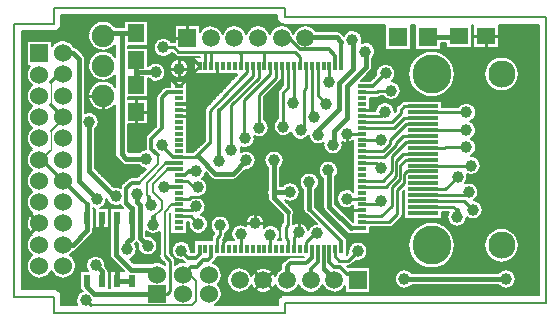
<source format=gtl>
%FSLAX24Y24*%
%MOIN*%
G04 EasyPC Gerber Version 16.0.6 Build 3249 *
%ADD87R,0.01260X0.03150*%
%ADD88R,0.02165X0.03937*%
%ADD18R,0.05500X0.06000*%
%ADD71R,0.05906X0.05906*%
%ADD13R,0.06000X0.06000*%
%ADD17R,0.06000X0.06000*%
%ADD100C,0.00394*%
%ADD10C,0.00500*%
%ADD25C,0.00787*%
%ADD11C,0.01000*%
%ADD22C,0.01181*%
%ADD23C,0.01500*%
%ADD98C,0.03937*%
%ADD20C,0.05906*%
%ADD12C,0.06000*%
%ADD97C,0.07480*%
%ADD15C,0.09055*%
%ADD14C,0.12992*%
%ADD86R,0.03150X0.01260*%
%ADD89R,0.10236X0.01378*%
%ADD16R,0.06000X0.05500*%
X0Y0D02*
D02*
D10*
X25Y5054D02*
X1344D01*
Y4522*
X9060*
Y4857*
X17761*
Y14365*
X9041*
Y14680*
X1344*
Y14148*
X25*
Y5054*
X555Y12739D02*
X446D01*
Y13589*
X1296*
Y13416*
X1369Y13497*
X1460Y13557*
X1563Y13592*
X1671Y13600*
X1778Y13580*
X1876Y13534*
X1960Y13464*
X2023Y13375*
X2088Y13356*
X2143Y13317*
X2332Y13128*
X2375Y13063*
X2390Y12987*
Y11173*
X2480Y11199*
X2573Y11199*
X2662Y11172*
X2739Y11121*
X2799Y11049*
X2836Y10964*
X2847Y10871*
X2831Y10779*
X2789Y10696*
X2725Y10628*
Y9330*
X3340Y8714*
X3423Y8722*
X3505Y8708*
X3581Y8673*
Y8676*
X3595Y8746*
X3635Y8806*
X3812Y8983*
X3872Y9023*
X3942Y9037*
X4130*
X4412Y9319*
X4326Y9337*
X4248Y9378*
X4184Y9439*
X3771*
X3715Y9446*
X3663Y9468*
X3618Y9502*
X3455Y9665*
X3421Y9710*
X3399Y9762*
X3392Y9818*
Y11445*
X3313Y11364*
X3217Y11303*
X3110Y11265*
X2997Y11252*
X2878Y11266*
X2766Y11309*
X2667Y11377*
X2587Y11467*
X2531Y11574*
X2502Y11691*
Y11811*
X2531Y11928*
X2587Y12034*
X2667Y12124*
X2766Y12193*
X2878Y12235*
X2997Y12250*
X3110Y12237*
X3217Y12199*
X3313Y12138*
X3392Y12056*
Y12445*
X3313Y12364*
X3217Y12303*
X3110Y12265*
X2997Y12252*
X2878Y12266*
X2766Y12309*
X2667Y12377*
X2587Y12467*
X2531Y12574*
X2502Y12691*
Y12811*
X2531Y12928*
X2587Y13034*
X2667Y13124*
X2766Y13193*
X2878Y13235*
X2997Y13250*
X3110Y13237*
X3217Y13199*
X3313Y13138*
X3392Y13056*
Y13445*
X3313Y13364*
X3217Y13303*
X3110Y13265*
X2997Y13252*
X2878Y13266*
X2766Y13309*
X2667Y13377*
X2587Y13467*
X2531Y13574*
X2502Y13691*
Y13811*
X2531Y13928*
X2587Y14034*
X2667Y14124*
X2766Y14193*
X2878Y14235*
X2997Y14250*
X3118Y14235*
X3231Y14192*
X3331Y14122*
X3411Y14031*
X3520*
X3590Y14048*
X3662Y14042*
X3700Y14046*
Y14256*
X4500*
Y13406*
X3823*
Y13356*
X4500*
Y12737*
X4573Y12803*
X4663Y12844*
X4760Y12856*
X4857Y12837*
X4944Y12791*
X5012Y12720*
X5056Y12632*
X5071Y12534*
X5056Y12437*
X5012Y12349*
X4944Y12278*
X4857Y12231*
X4760Y12213*
X4663Y12224*
X4573Y12265*
X4500Y12331*
Y11693*
X3823*
Y11643*
X4500*
Y10793*
X3823*
Y9907*
X3860Y9870*
X4209*
X4268Y9916*
X4336Y9947*
X4408Y9961*
X4408Y9975*
Y10310*
X4422Y10380*
X4462Y10440*
X4762Y10740*
Y11688*
X4776Y11758*
X4816Y11818*
X4993Y11995*
X5053Y12035*
X5123Y12049*
X5235*
Y12250*
X5800*
Y9875*
X6003*
X6385Y10257*
Y11255*
X6398Y11319*
X6433Y11375*
X7468Y12468*
X6018*
Y13033*
X6228*
X6176Y13048*
X5497*
X5430Y13061*
X5374Y13099*
X5287Y13186*
X5275*
X5215Y13117*
X5138Y13068*
X5050Y13042*
X4959Y13042*
X4871Y13068*
X4794Y13118*
X4734Y13187*
X4696Y13270*
X4683Y13361*
X4696Y13451*
X4734Y13535*
X4794Y13604*
X4871Y13654*
X4959Y13679*
X5050Y13680*
X5138Y13654*
X5215Y13605*
X5275Y13536*
X5360*
X5372Y13535*
Y14096*
X6213*
Y13880*
X6276Y13966*
X6358Y14033*
X6454Y14077*
X6559Y14096*
X6664Y14088*
X6765Y14053*
X6853Y13995*
X6924Y13917*
X6974Y13823*
X7027Y13923*
X7105Y14004*
X7202Y14062*
X7311Y14092*
X7424*
X7533Y14062*
X7630Y14004*
X7708Y13923*
X7761Y13823*
X7815Y13923*
X7893Y14004*
X7990Y14062*
X8098Y14092*
X8211*
X8320Y14062*
X8417Y14004*
X8495Y13923*
X8549Y13823*
X8602Y13923*
X8680Y14004*
X8777Y14062*
X8886Y14092*
X8999*
X9108Y14062*
X9205Y14004*
X9283Y13923*
X9336Y13823*
X9384Y13915*
X9454Y13993*
X9540Y14051*
X9638Y14086*
X9741Y14096*
X9844Y14080*
X9940Y14040*
X10023Y13977*
X10088Y13896*
X10793*
X10869Y13880*
X10934Y13837*
X11015Y13757*
X11069Y13836*
X11144Y13896*
X11234Y13931*
X11330Y13938*
X11424Y13916*
X11507Y13867*
X11572Y13796*
X11613Y13709*
X11626Y13614*
X11611Y13519*
X11708Y13544*
X11807Y13537*
X11900Y13501*
X11977Y13438*
X12031Y13355*
X12057Y13259*
X12053Y13160*
X12019Y13066*
X11957Y12988*
Y12711*
X11942Y12635*
X11899Y12570*
X11579Y12250*
X11902*
X12090Y12438*
X12085Y12495*
X12098Y12585*
X12136Y12669*
X12196Y12738*
X12273Y12788*
X12361Y12813*
X12453*
X12541Y12788*
X12618Y12738*
X12678Y12669*
X12716Y12585*
X12729Y12495*
X12715Y12401*
X12674Y12315*
X12610Y12245*
X12703Y12223*
X12785Y12175*
X12850Y12105*
X12892Y12019*
X12906Y11924*
X12893Y11833*
X12855Y11750*
X12795Y11681*
X12718Y11631*
X12631Y11605*
X12539Y11605*
X12451Y11631*
X12374Y11680*
X12314Y11749*
X12243*
X12183Y11705*
X12112Y11690*
X11902*
Y11252*
X12068*
X12093Y11346*
X12145Y11428*
X12220Y11490*
X12309Y11528*
X12406Y11537*
X12501Y11516*
X12585Y11469*
X12652Y11398*
X12694Y11311*
X12709Y11215*
Y11214*
X12744Y11248*
Y11274*
X12757Y11341*
X12795Y11398*
X12913Y11516*
X12967Y11553*
X13030Y11567*
Y11586*
X14304*
Y11371*
X14834*
X14894Y11440*
X14971Y11489*
X15059Y11514*
X15150Y11514*
X15238Y11488*
X15315Y11439*
X15375Y11369*
X15413Y11286*
X15426Y11196*
X15412Y11103*
X15373Y11019*
X15311Y10949*
X15232Y10900*
X15309Y10853*
X15370Y10786*
X15410Y10705*
X15425Y10616*
X15416Y10527*
X15382Y10443*
X15326Y10372*
X15252Y10320*
X15324Y10268*
X15380Y10200*
X15414Y10118*
X15426Y10031*
X15412Y9943*
X15376Y9863*
X15319Y9795*
X15246Y9745*
X15332Y9738*
X15413Y9708*
X15483Y9657*
X15537Y9589*
X15571Y9510*
X15583Y9424*
X15570Y9332*
X15530Y9248*
X15469Y9178*
X15390Y9129*
X15300Y9104*
X15207Y9107*
X15119Y9135*
X15130Y9053*
X15120Y8971*
X15090Y8894*
X15041Y8827*
X15133Y8856*
X15230Y8856*
X15323Y8828*
X15403Y8773*
X15463Y8696*
X15497Y8606*
X15503Y8509*
X15480Y8415*
X15429Y8332*
X15356Y8267*
X15447Y8243*
X15527Y8195*
X15589Y8125*
X15629Y8040*
X15642Y7948*
X15629Y7857*
X15591Y7774*
X15531Y7705*
X15455Y7655*
X15367Y7629*
X15276Y7629*
X15188Y7654*
X15111Y7703*
X15093Y7605*
X15045Y7517*
X14973Y7448*
X14884Y7404*
X14785Y7389*
X14686Y7406*
X14598Y7452*
X14527Y7523*
X14482Y7613*
X14467Y7711*
X14478Y7794*
X14509Y7871*
X14304*
Y7655*
X13030*
Y8599*
X12976Y8544*
Y7810*
X12962Y7743*
X12924Y7686*
X12649Y7410*
X12592Y7372*
X12525Y7359*
X11902*
Y7149*
X11337*
Y7153*
X11324*
X11247Y7137*
X11170Y7152*
X11104Y7196*
X10395Y7905*
X10352Y7969*
X10337Y8046*
Y8988*
X10270Y9039*
X10219Y9105*
X10187Y9183*
X10176Y9266*
X10189Y9357*
X10227Y9440*
X10287Y9510*
X10364Y9559*
X10452Y9585*
X10543*
X10631Y9559*
X10708Y9510*
X10768Y9440*
X10806Y9357*
X10819Y9266*
X10810Y9189*
X10782Y9116*
X10737Y9051*
Y8129*
X11337Y7529*
Y8096*
X11261Y8039*
X11172Y8006*
X11078Y8001*
X10986Y8024*
X10904Y8072*
X10840Y8142*
X10800Y8228*
X10786Y8322*
X10800Y8415*
X10840Y8501*
X10904Y8571*
X10986Y8619*
X11078Y8642*
X11172Y8637*
X11261Y8604*
X11337Y8547*
Y10261*
X11256Y10201*
X11161Y10170*
X11061Y10168*
X10965Y10198*
X10977Y10113*
X10964Y10022*
X10926Y9939*
X10866Y9870*
X10789Y9820*
X10701Y9794*
X10609*
X10521Y9820*
X10444Y9870*
X10384Y9939*
X10346Y10022*
X10333Y10113*
X10340Y10179*
X10253Y10139*
X10158Y10126*
X10063Y10142*
X9977Y10185*
X9908Y10251*
X9861Y10335*
X9841Y10429*
X9780Y10359*
X9700Y10310*
X9610Y10285*
X9517Y10288*
X9428Y10317*
X9352Y10371*
X9294Y10444*
X9259Y10530*
X9187Y10461*
X9098Y10416*
X8999Y10401*
X8900Y10418*
X8811Y10464*
X8740Y10535*
X8695Y10624*
X8680Y10723*
X8689Y10802*
X8719Y10877*
X8765Y10942*
X8826Y10993*
Y11865*
X8840Y11932*
X8878Y11989*
X8984Y12095*
Y12468*
X8940*
Y12357*
X8927Y12290*
X8889Y12233*
X8350Y11694*
Y10966*
X8418Y10915*
X8471Y10848*
X8505Y10769*
X8516Y10684*
X8502Y10589*
X8461Y10503*
X8396Y10433*
X8313Y10385*
X8220Y10363*
X8124Y10370*
X8035Y10404*
X8043Y10313*
X8025Y10223*
X7983Y10141*
X7919Y10075*
X7839Y10030*
X7750Y10009*
X7659Y10014*
X7572Y10045*
X7590Y9958*
X7584Y9870*
X7674Y9911*
X7772Y9923*
X7869Y9905*
X7956Y9858*
X8024Y9787*
X8068Y9699*
X8083Y9601*
X8070Y9512*
X8034Y9430*
X7975Y9361*
X7900Y9311*
X7814Y9284*
X7724Y9281*
X7450Y9007*
X7385Y8964*
X7308Y8948*
X6738*
X6661Y8964*
X6596Y9007*
X6406Y9197*
X6383Y9117*
X6340Y9046*
X6280Y8989*
X6359Y8938*
X6419Y8867*
X6457Y8781*
X6469Y8689*
X6453Y8596*
X6412Y8513*
X6348Y8444*
X6267Y8397*
X6177Y8375*
X6262Y8336*
X6333Y8275*
X6383Y8195*
X6407Y8105*
X6405Y8011*
X6376Y7922*
X6322Y7845*
X6248Y7786*
X6326Y7755*
X6393Y7704*
X6445Y7637*
X6477Y7559*
X6489Y7475*
X6476Y7384*
X6437Y7301*
X6377Y7232*
X6300Y7182*
X6213Y7157*
X6121*
X6033Y7182*
X5956Y7232*
X5896Y7301*
X5858Y7384*
X5845Y7475*
X5852Y7542*
X5838Y7556*
X5800*
Y7149*
X5235*
Y7846*
X5209Y7820*
Y6495*
X5346Y6359*
X5384Y6302*
X5397Y6235*
Y6120*
X5472Y6166*
X5554Y6195*
X5641Y6207*
X5729Y6201*
X5702Y6223*
X5652Y6272*
X5559Y6270*
X5469Y6294*
X5389Y6343*
X5327Y6412*
X5288Y6497*
X5274Y6589*
X5287Y6680*
X5325Y6763*
X5385Y6833*
X5462Y6882*
X5550Y6908*
X5642*
X5730Y6882*
X5807Y6833*
X5867Y6763*
X5905Y6680*
X5918Y6589*
X5913Y6537*
X6012*
X6018Y6543*
Y6931*
X6622*
Y7022*
X6635Y7089*
X6673Y7146*
X6704Y7177*
X6634Y7248*
X6589Y7337*
X6573Y7436*
X6586Y7526*
X6624Y7610*
X6684Y7679*
X6761Y7729*
X6849Y7754*
X6941*
X7029Y7729*
X7106Y7679*
X7166Y7610*
X7204Y7526*
X7217Y7436*
X7207Y7356*
X7178Y7282*
X7131Y7217*
X7070Y7166*
Y7121*
X7057Y7054*
X7019Y6997*
X6972Y6950*
Y6931*
X7340*
X7287Y7016*
X7263Y7112*
X7270Y7212*
X7307Y7304*
X7370Y7381*
X7454Y7435*
X7551Y7461*
X7650Y7455*
X7743Y7420*
X7735Y7495*
X7748Y7585*
X7786Y7669*
X7846Y7738*
X7923Y7788*
X8011Y7813*
X8102*
X8190Y7788*
X8267Y7738*
X8327Y7669*
X8365Y7585*
X8378Y7495*
X8370Y7422*
X8345Y7353*
X8423Y7408*
X8513Y7438*
X8608Y7440*
X8700Y7414*
X8780Y7363*
X8842Y7291*
X8879Y7203*
X8890Y7109*
X8872Y7015*
X8828Y6931*
X8931*
X8912Y6975*
X8905Y7022*
Y7377*
X8918Y7444*
X8956Y7500*
X8984Y7528*
Y7761*
X8545Y8200*
X8502Y8265*
X8486Y8341*
Y8454*
X8471Y8509*
Y8567*
X8486Y8622*
Y9349*
X8421Y9419*
X8379Y9506*
X8365Y9601*
X8378Y9692*
X8416Y9775*
X8476Y9844*
X8553Y9894*
X8641Y9920*
X8732*
X8820Y9894*
X8897Y9844*
X8957Y9775*
X8995Y9692*
X9008Y9601*
X8994Y9506*
X8952Y9419*
X8886Y9349*
Y8738*
X8966*
X9038Y8805*
X9128Y8847*
X9226Y8860*
X9324Y8842*
X9411Y8795*
X9480Y8725*
X9524Y8636*
X9540Y8538*
X9525Y8441*
X9481Y8353*
X9413Y8282*
X9326Y8235*
X9229Y8216*
X9132Y8228*
X9042Y8269*
X9300Y8010*
X9338Y7958*
X9357Y7897*
X9356Y7832*
X9334Y7772*
Y7467*
X9412Y7505*
X9498Y7521*
X9586Y7513*
X9667Y7482*
X9738Y7430*
X9792Y7361*
X9825Y7280*
X9871Y7360*
X9939Y7424*
X10021Y7465*
X10112Y7482*
X9793Y7801*
X9727Y7845*
X9683Y7910*
X9668Y7987*
Y8621*
X9602Y8691*
X9560Y8778*
X9546Y8873*
X9559Y8963*
X9597Y9047*
X9657Y9116*
X9734Y9166*
X9822Y9191*
X9913*
X10001Y9166*
X10078Y9116*
X10138Y9047*
X10176Y8963*
X10189Y8873*
X10175Y8778*
X10133Y8691*
X10068Y8621*
Y8047*
X11061Y7054*
X11099Y6998*
X11114Y6931*
X11119*
Y6454*
X11167Y6502*
X11160Y6570*
X11173Y6660*
X11211Y6744*
X11271Y6813*
X11348Y6862*
X11436Y6888*
X11527*
X11615Y6862*
X11692Y6813*
X11752Y6744*
X11791Y6660*
X11804Y6570*
X11789Y6475*
X11748Y6390*
X11684Y6319*
X11602Y6271*
X11509Y6249*
X11414Y6255*
X11290Y6131*
X11234Y6093*
X11167Y6080*
X11110*
X11164Y6025*
X11902*
Y5185*
X11061*
Y5400*
X10999Y5315*
X10916Y5248*
X10820Y5204*
X10716Y5185*
X10610Y5193*
X10510Y5227*
X10421Y5286*
X10350Y5364*
X10301Y5458*
X10247Y5358*
X10169Y5277*
X10072Y5219*
X9963Y5189*
X9850*
X9742Y5219*
X9645Y5277*
X9567Y5358*
X9513Y5458*
X9460Y5358*
X9382Y5277*
X9285Y5219*
X9176Y5189*
X9063*
X8954Y5219*
X8857Y5277*
X8779Y5358*
X8726Y5458*
X8672Y5358*
X8594Y5277*
X8497Y5219*
X8389Y5189*
X8276*
X8167Y5219*
X8070Y5277*
X7992Y5358*
X7938Y5458*
X7889Y5364*
X7818Y5286*
X7729Y5227*
X7629Y5193*
X7523Y5185*
X7418Y5204*
X7322Y5249*
X7240Y5316*
X7177Y5401*
X7138Y5500*
X7124Y5605*
X7138Y5710*
X7177Y5809*
X7240Y5894*
X7322Y5961*
X7418Y6006*
X7523Y6025*
X7629Y6017*
X7729Y5983*
X7818Y5925*
X7889Y5846*
X7938Y5752*
X7992Y5852*
X8070Y5933*
X8167Y5991*
X8276Y6021*
X8389*
X8497Y5991*
X8594Y5933*
X8672Y5852*
X8726Y5752*
X8772Y5841*
X8838Y5917*
X8919Y5975*
Y6058*
X8935Y6135*
X8979Y6200*
X9045Y6243*
X9107Y6306*
X9167Y6346*
X9238Y6360*
X9693*
X9699Y6366*
X6784*
X6769Y6299*
X6730Y6243*
X6668Y6181*
X6765Y6131*
X6845Y6057*
X6904Y5966*
X6938Y5863*
X6945Y5755*
X6924Y5648*
X6877Y5550*
X6806Y5467*
X6874Y5389*
X6920Y5298*
X6944Y5198*
X6942Y5095*
X6916Y4995*
X6867Y4905*
X6797Y4829*
X6712Y4772*
X8810*
Y4857*
X8823Y4934*
X8858Y5004*
X8914Y5059*
X8983Y5095*
X9060Y5107*
X17511*
Y14115*
X16176*
Y13335*
X15326*
Y14115*
X15276*
Y13335*
X14426*
Y13496*
X14249*
Y13271*
X13399*
Y14115*
X13249*
Y13271*
X12399*
Y14115*
X9041*
X8964Y14127*
X8894Y14163*
X8839Y14218*
X8803Y14288*
X8791Y14365*
Y14430*
X1594*
Y14148*
X1582Y14071*
X1546Y14001*
X1491Y13946*
X1421Y13911*
X1344Y13898*
X275*
Y5304*
X1344*
X1421Y5292*
X1491Y5256*
X1546Y5201*
X1582Y5131*
X1594Y5054*
Y4772*
X2130*
X2094Y4861*
X2086Y4957*
X2106Y5051*
X2154Y5134*
X2223Y5200*
X2309Y5242*
X2303Y5249*
X2290Y5264*
X2211*
Y5907*
X2482*
X2448Y5966*
X2427Y6030*
X2420Y6097*
X2433Y6188*
X2471Y6271*
X2531Y6340*
X2608Y6390*
X2696Y6416*
X2787*
X2875Y6390*
X2952Y6340*
X3012Y6271*
X3050Y6188*
X3063Y6097*
X3061Y6060*
X3086Y6036*
X3127Y5977*
X3144Y5907*
X3178*
Y5352*
X3211*
Y5907*
X3673*
X3290Y6301*
X3256Y6345*
X3236Y6397*
X3229Y6451*
Y7350*
X3211*
Y7994*
X3650*
X3613Y8030*
X3582Y8070*
X3561Y8115*
X3472Y8084*
X3378Y8080*
X3286Y8103*
X3206Y8152*
X3143Y8222*
X3103Y8307*
X3103Y8302*
X3092Y8221*
X3062Y8145*
X3013Y8079*
X2949Y8027*
X2874Y7994*
X3178*
Y7350*
X2711*
Y7988*
X2644Y8010*
Y7994*
X2678*
Y7350*
X2662*
Y7259*
X2655Y7203*
X2633Y7151*
X2599Y7106*
X2126Y6634*
X2081Y6599*
X2029Y6578*
X1970Y6497*
X1894Y6432*
X1976Y6361*
X2037Y6272*
X2074Y6170*
X2084Y6062*
X2066Y5955*
X2022Y5856*
X1954Y5771*
X1867Y5707*
X1766Y5666*
X1659Y5652*
X1559Y5664*
X1465Y5699*
X1382Y5755*
X1314Y5829*
X1265Y5917*
X1217Y5829*
X1149Y5755*
X1065Y5699*
X971Y5664*
X871Y5652*
X764Y5666*
X664Y5707*
X577Y5771*
X509Y5856*
X465Y5955*
X447Y6062*
X457Y6170*
X493Y6272*
X555Y6361*
X637Y6432*
X557Y6500*
X497Y6585*
X459Y6682*
X446Y6786*
X459Y6890*
X497Y6987*
X557Y7072*
X637Y7140*
X557Y7208*
X497Y7294*
X459Y7391*
X446Y7495*
X459Y7598*
X497Y7696*
X557Y7781*
X637Y7849*
X557Y7917*
X497Y8002*
X459Y8100*
X446Y8203*
X459Y8307*
X497Y8405*
X557Y8490*
X637Y8558*
X557Y8626*
X497Y8711*
X459Y8808*
X446Y8912*
X459Y9016*
X497Y9113*
X557Y9198*
X637Y9266*
X557Y9334*
X497Y9420*
X459Y9517*
X446Y9621*
X459Y9724*
X497Y9822*
X557Y9907*
X637Y9975*
X557Y10043*
X497Y10128*
X459Y10226*
X446Y10329*
X459Y10433*
X497Y10531*
X557Y10616*
X637Y10684*
X557Y10752*
X497Y10837*
X459Y10934*
X446Y11038*
X459Y11142*
X497Y11239*
X557Y11324*
X637Y11392*
X557Y11460*
X497Y11546*
X459Y11643*
X446Y11747*
X459Y11850*
X497Y11948*
X557Y12033*
X637Y12101*
X558Y12169*
X498Y12253*
X460Y12350*
X446Y12453*
X459Y12557*
X496Y12654*
X555Y12739*
X5195Y12652D02*
X5208Y12743D01*
X5246Y12826*
X5306Y12896*
X5383Y12945*
X5471Y12971*
X5563*
X5651Y12945*
X5728Y12896*
X5788Y12826*
X5826Y12743*
X5839Y12652*
X5826Y12562*
X5788Y12478*
X5728Y12409*
X5651Y12360*
X5563Y12334*
X5471*
X5383Y12359*
X5306Y12409*
X5246Y12478*
X5208Y12562*
X5195Y12652*
X13289Y5444D02*
X13216Y5377D01*
X13127Y5335*
X13028Y5323*
X12931Y5340*
X12844Y5387*
X12774Y5458*
X12730Y5547*
X12715Y5644*
X12730Y5742*
X12774Y5831*
X12844Y5902*
X12931Y5948*
X13028Y5966*
X13126Y5954*
X13216Y5912*
X13289Y5844*
X16170*
X16243Y5912*
X16333Y5954*
X16431Y5966*
X16529Y5948*
X16616Y5902*
X16685Y5831*
X16729Y5742*
X16744Y5644*
X16729Y5547*
X16685Y5458*
X16616Y5387*
X16529Y5340*
X16431Y5323*
X16333Y5335*
X16243Y5377*
X16170Y5444*
X13289*
X13942Y5992D02*
X13791Y6007D01*
X13646Y6051*
X13512Y6122*
X13395Y6219*
X13298Y6336*
X13227Y6470*
X13183Y6615*
X13168Y6766*
X13183Y6918*
X13227Y7063*
X13298Y7197*
X13395Y7314*
X13512Y7410*
X13646Y7482*
X13791Y7526*
X13942Y7541*
X14093Y7526*
X14239Y7482*
X14373Y7411*
X14490Y7314*
X14586Y7197*
X14658Y7063*
X14702Y6918*
X14717Y6766*
X14702Y6615*
X14658Y6470*
X14586Y6336*
X14490Y6219*
X14373Y6122*
X14239Y6051*
X14093Y6007*
X13942Y5992*
Y11701D02*
X13791Y11715D01*
X13646Y11759*
X13512Y11831*
X13395Y11927*
X13298Y12045*
X13227Y12179*
X13183Y12324*
X13168Y12475*
X13183Y12626*
X13227Y12771*
X13298Y12905*
X13395Y13023*
X13512Y13119*
X13646Y13191*
X13791Y13235*
X13942Y13250*
X14093Y13235*
X14239Y13191*
X14373Y13119*
X14490Y13023*
X14586Y12905*
X14658Y12772*
X14702Y12626*
X14717Y12475*
X14702Y12324*
X14658Y12179*
X14586Y12045*
X14490Y11927*
X14373Y11831*
X14239Y11760*
X14093Y11715*
X13942Y11701*
X16275Y6189D02*
X16146Y6203D01*
X16024Y6246*
X15915Y6315*
X15823Y6406*
X15754Y6516*
X15712Y6638*
X15697Y6766*
X15712Y6895*
X15754Y7017*
X15823Y7127*
X15915Y7218*
X16024Y7287*
X16146Y7330*
X16275Y7344*
X16404Y7330*
X16526Y7287*
X16635Y7218*
X16727Y7127*
X16796Y7017*
X16838Y6895*
X16853Y6766*
X16838Y6638*
X16796Y6516*
X16727Y6406*
X16635Y6315*
X16526Y6246*
X16404Y6203*
X16275Y6189*
Y11897D02*
X16146Y11912D01*
X16024Y11955*
X15915Y12023*
X15823Y12115*
X15754Y12224*
X15712Y12347*
X15697Y12475*
X15712Y12604*
X15754Y12726*
X15823Y12835*
X15915Y12927*
X16024Y12996*
X16146Y13038*
X16275Y13053*
X16404Y13038*
X16526Y12996*
X16635Y12927*
X16727Y12835*
X16796Y12726*
X16838Y12604*
X16853Y12475*
X16838Y12347*
X16796Y12224*
X16727Y12115*
X16635Y12023*
X16526Y11955*
X16404Y11912*
X16275Y11897*
X1594Y4814D02*
X2109D01*
X6778D02*
X8810D01*
X1594Y4862D02*
X2094D01*
X6831D02*
X8810D01*
X1594Y4910D02*
X2086D01*
X6870D02*
X8816D01*
X1594Y4958D02*
X2086D01*
X6899D02*
X8832D01*
X1594Y5006D02*
X2093D01*
X6920D02*
X8860D01*
X1594Y5054D02*
X2108D01*
X6935D02*
X8907D01*
X1589Y5102D02*
X2131D01*
X6943D02*
X9011D01*
X1575Y5150D02*
X2167D01*
X6946D02*
X17511D01*
X1548Y5198D02*
X2221D01*
X6944D02*
X7439D01*
X7650D02*
X8227D01*
X8437D02*
X9014D01*
X9225D02*
X9802D01*
X10012D02*
X10589D01*
X10800D02*
X11061D01*
X11902D02*
X17511D01*
X1504Y5246D02*
X2306D01*
X6936D02*
X7326D01*
X7763D02*
X8113D01*
X8551D02*
X8901D01*
X9338D02*
X9688D01*
X10126D02*
X10476D01*
X10913D02*
X11061D01*
X11902D02*
X17511D01*
X1413Y5294D02*
X2211D01*
X6922D02*
X7262D01*
X7828D02*
X8049D01*
X8615D02*
X8837D01*
X9402D02*
X9624D01*
X10190D02*
X10411D01*
X10977D02*
X11061D01*
X11902D02*
X17511D01*
X275Y5342D02*
X2211D01*
X6901D02*
X7217D01*
X7873D02*
X8004D01*
X8660D02*
X8791D01*
X9447D02*
X9579D01*
X10235D02*
X10366D01*
X11022D02*
X11061D01*
X11902D02*
X12926D01*
X13148D02*
X16312D01*
X16533D02*
X17511D01*
X275Y5390D02*
X2211D01*
X3178D02*
X3211D01*
X6873D02*
X7183D01*
X7906D02*
X7971D01*
X8693D02*
X8758D01*
X9481D02*
X9546D01*
X10268D02*
X10333D01*
X11056D02*
X11061D01*
X11902D02*
X12839D01*
X13234D02*
X16225D01*
X16620D02*
X17511D01*
X275Y5438D02*
X2211D01*
X3178D02*
X3211D01*
X6835D02*
X7159D01*
X7930D02*
X7946D01*
X8718D02*
X8734D01*
X9505D02*
X9521D01*
X10293D02*
X10309D01*
X11902D02*
X12790D01*
X13284D02*
X16175D01*
X16670D02*
X17511D01*
X275Y5486D02*
X2211D01*
X3178D02*
X3211D01*
X6826D02*
X7142D01*
X11902D02*
X12756D01*
X16703D02*
X17511D01*
X275Y5534D02*
X2211D01*
X3178D02*
X3211D01*
X6866D02*
X7130D01*
X11902D02*
X12734D01*
X16725D02*
X17511D01*
X275Y5582D02*
X2211D01*
X3178D02*
X3211D01*
X6896D02*
X7125D01*
X11902D02*
X12721D01*
X16738D02*
X17511D01*
X275Y5630D02*
X2211D01*
X3178D02*
X3211D01*
X6918D02*
X7125D01*
X11902D02*
X12715D01*
X16744D02*
X17511D01*
X275Y5678D02*
X725D01*
X1018D02*
X1513D01*
X1805D02*
X2211D01*
X3178D02*
X3211D01*
X6933D02*
X7131D01*
X11902D02*
X12717D01*
X16743D02*
X17511D01*
X275Y5726D02*
X632D01*
X1111D02*
X1419D01*
X1899D02*
X2211D01*
X3178D02*
X3211D01*
X6942D02*
X7142D01*
X11902D02*
X12726D01*
X16734D02*
X17511D01*
X275Y5775D02*
X573D01*
X1170D02*
X1361D01*
X1957D02*
X2211D01*
X3178D02*
X3211D01*
X6946D02*
X7160D01*
X7929D02*
X7947D01*
X8717D02*
X8735D01*
X11902D02*
X12742D01*
X16717D02*
X17511D01*
X275Y5823D02*
X531D01*
X1212D02*
X1319D01*
X1999D02*
X2211D01*
X3178D02*
X3211D01*
X6944D02*
X7185D01*
X7904D02*
X7972D01*
X8692D02*
X8760D01*
X11902D02*
X12769D01*
X16691D02*
X17511D01*
X275Y5871D02*
X500D01*
X1243D02*
X1288D01*
X2030D02*
X2211D01*
X3178D02*
X3211D01*
X6937D02*
X7219D01*
X7870D02*
X8006D01*
X8658D02*
X8794D01*
X11902D02*
X12808D01*
X13266D02*
X16194D01*
X16652D02*
X17511D01*
X275Y5919D02*
X477D01*
X2053D02*
X2474D01*
X3143D02*
X3661D01*
X6924D02*
X7265D01*
X7825D02*
X8052D01*
X8612D02*
X8840D01*
X11902D02*
X12868D01*
X13205D02*
X16254D01*
X16591D02*
X17511D01*
X275Y5967D02*
X461D01*
X2069D02*
X2447D01*
X3131D02*
X3615D01*
X6904D02*
X7331D01*
X7759D02*
X8118D01*
X8546D02*
X8905D01*
X11902D02*
X17511D01*
X275Y6015D02*
X451D01*
X2079D02*
X2430D01*
X3104D02*
X3568D01*
X6877D02*
X7451D01*
X7639D02*
X8238D01*
X8426D02*
X8919D01*
X11902D02*
X13756D01*
X14129D02*
X17511D01*
X275Y6063D02*
X447D01*
X2084D02*
X2422D01*
X3062D02*
X3521D01*
X6840D02*
X8919D01*
X11127D02*
X13619D01*
X14266D02*
X17511D01*
X275Y6111D02*
X448D01*
X2083D02*
X2420D01*
X3063D02*
X3475D01*
X6791D02*
X8927D01*
X11266D02*
X13530D01*
X14355D02*
X17511D01*
X275Y6159D02*
X454D01*
X2076D02*
X2426D01*
X3057D02*
X3428D01*
X5397D02*
X5458D01*
X6718D02*
X8947D01*
X11318D02*
X13462D01*
X14423D02*
X17511D01*
X275Y6207D02*
X467D01*
X2064D02*
X2439D01*
X3044D02*
X3381D01*
X5397D02*
X5636D01*
X5673D02*
X5720D01*
X6694D02*
X8986D01*
X11366D02*
X13407D01*
X14478D02*
X16131D01*
X16419D02*
X17511D01*
X275Y6255D02*
X485D01*
X2045D02*
X2461D01*
X3022D02*
X3335D01*
X5396D02*
X5670D01*
X6741D02*
X9056D01*
X11549D02*
X13361D01*
X14524D02*
X16007D01*
X16543D02*
X17511D01*
X275Y6303D02*
X511D01*
X2019D02*
X2494D01*
X2989D02*
X3288D01*
X5383D02*
X5449D01*
X6770D02*
X9104D01*
X11662D02*
X13322D01*
X14563D02*
X15930D01*
X16620D02*
X17511D01*
X275Y6351D02*
X546D01*
X1984D02*
X2544D01*
X2940D02*
X3253D01*
X5353D02*
X5380D01*
X6783D02*
X9181D01*
X11718D02*
X13289D01*
X14596D02*
X15874D01*
X16676D02*
X17511D01*
X275Y6399D02*
X593D01*
X1937D02*
X2630D01*
X2853D02*
X3235D01*
X5305D02*
X5336D01*
X11755D02*
X13260D01*
X14624D02*
X15829D01*
X16721D02*
X17511D01*
X275Y6447D02*
X615D01*
X1915D02*
X3229D01*
X5257D02*
X5307D01*
X11779D02*
X13237D01*
X14648D02*
X15794D01*
X16756D02*
X17511D01*
X275Y6495D02*
X562D01*
X1968D02*
X3229D01*
X5209D02*
X5288D01*
X11119D02*
X11160D01*
X11795D02*
X13217D01*
X14668D02*
X15765D01*
X16785D02*
X17511D01*
X275Y6543D02*
X523D01*
X2007D02*
X3229D01*
X5209D02*
X5277D01*
X5914D02*
X6018D01*
X11119D02*
X11161D01*
X11802D02*
X13201D01*
X14684D02*
X15742D01*
X16808D02*
X17511D01*
X275Y6591D02*
X494D01*
X2066D02*
X3229D01*
X5209D02*
X5274D01*
X5918D02*
X6018D01*
X11119D02*
X11161D01*
X11803D02*
X13188D01*
X14697D02*
X15725D01*
X16825D02*
X17511D01*
X275Y6639D02*
X473D01*
X2132D02*
X3229D01*
X5209D02*
X5278D01*
X5914D02*
X6018D01*
X11119D02*
X11167D01*
X11796D02*
X13178D01*
X14706D02*
X15711D01*
X16839D02*
X17511D01*
X275Y6687D02*
X458D01*
X2180D02*
X3229D01*
X5209D02*
X5289D01*
X5902D02*
X6018D01*
X11119D02*
X11182D01*
X11781D02*
X13172D01*
X14713D02*
X15703D01*
X16847D02*
X17511D01*
X275Y6735D02*
X450D01*
X2228D02*
X3229D01*
X5209D02*
X5309D01*
X5883D02*
X6018D01*
X11119D02*
X11206D01*
X11758D02*
X13168D01*
X14716D02*
X15698D01*
X16852D02*
X17511D01*
X275Y6783D02*
X446D01*
X2276D02*
X3229D01*
X5209D02*
X5339D01*
X5853D02*
X6018D01*
X11119D02*
X11241D01*
X11722D02*
X13168D01*
X14717D02*
X15697D01*
X16853D02*
X17511D01*
X275Y6831D02*
X449D01*
X2324D02*
X3229D01*
X5209D02*
X5384D01*
X5808D02*
X6018D01*
X11119D02*
X11294D01*
X11669D02*
X13170D01*
X14714D02*
X15701D01*
X16849D02*
X17511D01*
X275Y6879D02*
X457D01*
X2372D02*
X3229D01*
X5209D02*
X5456D01*
X5736D02*
X6018D01*
X11119D02*
X11394D01*
X11569D02*
X13176D01*
X14709D02*
X15708D01*
X16842D02*
X17511D01*
X275Y6927D02*
X471D01*
X2420D02*
X3229D01*
X5209D02*
X6018D01*
X11119D02*
X13185D01*
X14700D02*
X15720D01*
X16830D02*
X17511D01*
X275Y6975D02*
X491D01*
X2468D02*
X3229D01*
X5209D02*
X6622D01*
X6997D02*
X7308D01*
X8855D02*
X8912D01*
X11107D02*
X13196D01*
X14688D02*
X15736D01*
X16814D02*
X17511D01*
X275Y7023D02*
X519D01*
X2516D02*
X3229D01*
X5209D02*
X6622D01*
X7040D02*
X7284D01*
X8875D02*
X8905D01*
X11085D02*
X13212D01*
X14673D02*
X15757D01*
X16793D02*
X17511D01*
X275Y7071D02*
X556D01*
X2564D02*
X3229D01*
X5209D02*
X6629D01*
X7063D02*
X7270D01*
X8886D02*
X8905D01*
X11043D02*
X13230D01*
X14654D02*
X15784D01*
X16766D02*
X17511D01*
X275Y7119D02*
X608D01*
X2611D02*
X3229D01*
X5209D02*
X6651D01*
X7070D02*
X7263D01*
X8890D02*
X8905D01*
X10995D02*
X13253D01*
X14632D02*
X15818D01*
X16732D02*
X17511D01*
X275Y7167D02*
X600D01*
X2642D02*
X3229D01*
X5209D02*
X5235D01*
X5800D02*
X6072D01*
X6261D02*
X6694D01*
X7073D02*
X7263D01*
X8887D02*
X8905D01*
X10947D02*
X11140D01*
X11902D02*
X13280D01*
X14605D02*
X15859D01*
X16691D02*
X17511D01*
X275Y7215D02*
X551D01*
X2658D02*
X3229D01*
X5209D02*
X5235D01*
X5800D02*
X5977D01*
X6357D02*
X6660D01*
X7130D02*
X7271D01*
X8876D02*
X8905D01*
X10899D02*
X11084D01*
X11902D02*
X13311D01*
X14574D02*
X15911D01*
X16639D02*
X17511D01*
X275Y7264D02*
X515D01*
X2662D02*
X3229D01*
X5209D02*
X5235D01*
X5800D02*
X5924D01*
X6409D02*
X6623D01*
X7167D02*
X7287D01*
X8857D02*
X8905D01*
X10851D02*
X11036D01*
X11902D02*
X13348D01*
X14536D02*
X15980D01*
X16570D02*
X17511D01*
X275Y7312D02*
X488D01*
X2662D02*
X3229D01*
X5209D02*
X5235D01*
X5800D02*
X5890D01*
X6444D02*
X6598D01*
X7192D02*
X7311D01*
X8828D02*
X8905D01*
X9815D02*
X9839D01*
X10803D02*
X10988D01*
X11902D02*
X13392D01*
X14493D02*
X16083D01*
X16467D02*
X17511D01*
X275Y7360D02*
X469D01*
X2678D02*
X2711D01*
X3178D02*
X3211D01*
X5209D02*
X5235D01*
X5800D02*
X5866D01*
X6467D02*
X6582D01*
X7208D02*
X7348D01*
X8349D02*
X8352D01*
X8784D02*
X8905D01*
X9792D02*
X9871D01*
X10755D02*
X10940D01*
X12537D02*
X13444D01*
X14441D02*
X17511D01*
X275Y7408D02*
X456D01*
X2678D02*
X2711D01*
X3178D02*
X3211D01*
X5209D02*
X5235D01*
X5800D02*
X5852D01*
X6481D02*
X6574D01*
X7216D02*
X7405D01*
X8366D02*
X8422D01*
X8714D02*
X8908D01*
X9759D02*
X9918D01*
X10707D02*
X10892D01*
X12646D02*
X13508D01*
X14377D02*
X14682D01*
X14895D02*
X17511D01*
X275Y7456D02*
X448D01*
X2678D02*
X2711D01*
X3178D02*
X3211D01*
X5209D02*
X5235D01*
X5800D02*
X5845D01*
X6488D02*
X6574D01*
X7216D02*
X7519D01*
X7649D02*
X7737D01*
X8376D02*
X8924D01*
X9708D02*
X9996D01*
X10659D02*
X10844D01*
X12694D02*
X13589D01*
X14296D02*
X14593D01*
X14984D02*
X17511D01*
X275Y7504D02*
X446D01*
X2678D02*
X2711D01*
X3178D02*
X3211D01*
X5209D02*
X5235D01*
X5800D02*
X5846D01*
X6487D02*
X6580D01*
X7210D02*
X7735D01*
X8378D02*
X8960D01*
X9334D02*
X9408D01*
X9618D02*
X10090D01*
X10611D02*
X10796D01*
X12742D02*
X13705D01*
X14180D02*
X14543D01*
X15035D02*
X17511D01*
X275Y7552D02*
X450D01*
X2678D02*
X2711D01*
X3178D02*
X3211D01*
X5209D02*
X5235D01*
X5800D02*
X5843D01*
X6479D02*
X6595D01*
X7195D02*
X7740D01*
X8373D02*
X8984D01*
X9334D02*
X10042D01*
X10563D02*
X10748D01*
X11314D02*
X11337D01*
X12790D02*
X14509D01*
X15068D02*
X17511D01*
X275Y7600D02*
X460D01*
X2678D02*
X2711D01*
X3178D02*
X3211D01*
X5209D02*
X5235D01*
X6463D02*
X6618D01*
X7172D02*
X7752D01*
X8361D02*
X8984D01*
X9334D02*
X9994D01*
X10515D02*
X10700D01*
X11266D02*
X11337D01*
X12838D02*
X14487D01*
X15091D02*
X17511D01*
X275Y7648D02*
X475D01*
X2678D02*
X2711D01*
X3178D02*
X3211D01*
X5209D02*
X5235D01*
X6438D02*
X6653D01*
X7137D02*
X7773D01*
X8340D02*
X8984D01*
X9334D02*
X9946D01*
X10467D02*
X10652D01*
X11218D02*
X11337D01*
X12886D02*
X14473D01*
X15104D02*
X15203D01*
X15437D02*
X17511D01*
X275Y7696D02*
X497D01*
X2678D02*
X2711D01*
X3178D02*
X3211D01*
X5209D02*
X5235D01*
X6401D02*
X6705D01*
X7085D02*
X7805D01*
X8308D02*
X8984D01*
X9334D02*
X9898D01*
X10419D02*
X10604D01*
X11170D02*
X11337D01*
X12933D02*
X13030D01*
X14304D02*
X14467D01*
X15110D02*
X15120D01*
X15521D02*
X17511D01*
X275Y7744D02*
X527D01*
X2678D02*
X2711D01*
X3178D02*
X3211D01*
X5209D02*
X5235D01*
X6344D02*
X6802D01*
X6988D02*
X7853D01*
X8260D02*
X8984D01*
X9334D02*
X9850D01*
X10371D02*
X10556D01*
X11122D02*
X11337D01*
X12963D02*
X13030D01*
X14304D02*
X14469D01*
X15569D02*
X17511D01*
X275Y7792D02*
X568D01*
X2678D02*
X2711D01*
X3178D02*
X3211D01*
X5209D02*
X5235D01*
X6257D02*
X7933D01*
X8180D02*
X8953D01*
X9343D02*
X9802D01*
X10323D02*
X10508D01*
X11074D02*
X11337D01*
X12975D02*
X13030D01*
X14304D02*
X14477D01*
X15602D02*
X17511D01*
X275Y7840D02*
X623D01*
X2678D02*
X2711D01*
X3178D02*
X3211D01*
X5229D02*
X5235D01*
X6317D02*
X8905D01*
X9357D02*
X9732D01*
X10275D02*
X10460D01*
X11026D02*
X11337D01*
X12976D02*
X13030D01*
X14304D02*
X14494D01*
X15624D02*
X17511D01*
X275Y7888D02*
X587D01*
X2678D02*
X2711D01*
X3178D02*
X3211D01*
X6356D02*
X8857D01*
X9358D02*
X9694D01*
X10227D02*
X10412D01*
X10978D02*
X11337D01*
X12976D02*
X13030D01*
X15637D02*
X17511D01*
X275Y7936D02*
X541D01*
X2678D02*
X2711D01*
X3178D02*
X3211D01*
X6383D02*
X8809D01*
X9347D02*
X9674D01*
X10179D02*
X10370D01*
X10930D02*
X11337D01*
X12976D02*
X13030D01*
X15642D02*
X17511D01*
X275Y7984D02*
X508D01*
X2678D02*
X2711D01*
X3178D02*
X3211D01*
X6399D02*
X8761D01*
X9322D02*
X9668D01*
X10131D02*
X10347D01*
X10882D02*
X11337D01*
X12976D02*
X13030D01*
X15640D02*
X17511D01*
X275Y8032D02*
X483D01*
X2956D02*
X3612D01*
X6408D02*
X8713D01*
X9279D02*
X9668D01*
X10083D02*
X10337D01*
X10834D02*
X10967D01*
X11248D02*
X11337D01*
X12976D02*
X13030D01*
X15631D02*
X17511D01*
X275Y8080D02*
X465D01*
X3014D02*
X3379D01*
X3443D02*
X3576D01*
X6410D02*
X8665D01*
X9230D02*
X9668D01*
X10068D02*
X10337D01*
X10786D02*
X10895D01*
X11320D02*
X11337D01*
X12976D02*
X13030D01*
X15614D02*
X17511D01*
X275Y8128D02*
X453D01*
X3052D02*
X3239D01*
X6404D02*
X8617D01*
X9182D02*
X9668D01*
X10068D02*
X10337D01*
X10738D02*
X10850D01*
X12976D02*
X13030D01*
X15587D02*
X17511D01*
X275Y8176D02*
X447D01*
X3077D02*
X3180D01*
X6390D02*
X8569D01*
X9134D02*
X9668D01*
X10068D02*
X10337D01*
X10737D02*
X10821D01*
X12976D02*
X13030D01*
X15547D02*
X17511D01*
X275Y8224D02*
X447D01*
X3093D02*
X3141D01*
X6368D02*
X8524D01*
X9086D02*
X9147D01*
X9289D02*
X9668D01*
X10068D02*
X10337D01*
X10737D02*
X10801D01*
X12976D02*
X13030D01*
X15485D02*
X17511D01*
X275Y8272D02*
X452D01*
X3101D02*
X3116D01*
X6335D02*
X8499D01*
X9399D02*
X9668D01*
X10068D02*
X10337D01*
X10737D02*
X10790D01*
X12976D02*
X13030D01*
X15364D02*
X17511D01*
X275Y8320D02*
X463D01*
X6285D02*
X8488D01*
X9455D02*
X9668D01*
X10068D02*
X10337D01*
X10737D02*
X10786D01*
X12976D02*
X13030D01*
X15419D02*
X17511D01*
X275Y8368D02*
X480D01*
X6198D02*
X8486D01*
X9491D02*
X9668D01*
X10068D02*
X10337D01*
X10737D02*
X10789D01*
X12976D02*
X13030D01*
X15456D02*
X17511D01*
X275Y8416D02*
X504D01*
X6307D02*
X8486D01*
X9516D02*
X9668D01*
X10068D02*
X10337D01*
X10737D02*
X10800D01*
X12976D02*
X13030D01*
X15480D02*
X17511D01*
X275Y8464D02*
X536D01*
X6371D02*
X8482D01*
X9531D02*
X9668D01*
X10068D02*
X10337D01*
X10737D02*
X10819D01*
X12976D02*
X13030D01*
X15496D02*
X17511D01*
X275Y8512D02*
X580D01*
X6412D02*
X8471D01*
X9539D02*
X9668D01*
X10068D02*
X10337D01*
X10737D02*
X10848D01*
X12976D02*
X13030D01*
X15503D02*
X17511D01*
X275Y8560D02*
X633D01*
X6439D02*
X8471D01*
X9539D02*
X9668D01*
X10068D02*
X10337D01*
X10737D02*
X10892D01*
X11324D02*
X11337D01*
X12992D02*
X13030D01*
X15504D02*
X17511D01*
X275Y8608D02*
X574D01*
X6457D02*
X8481D01*
X9532D02*
X9668D01*
X10068D02*
X10337D01*
X10737D02*
X10962D01*
X11254D02*
X11337D01*
X15497D02*
X17511D01*
X275Y8656D02*
X532D01*
X6466D02*
X8486D01*
X9517D02*
X9629D01*
X10106D02*
X10337D01*
X10737D02*
X11337D01*
X15482D02*
X17511D01*
X275Y8704D02*
X501D01*
X3516D02*
X3583D01*
X6469D02*
X8486D01*
X9493D02*
X9593D01*
X10142D02*
X10337D01*
X10737D02*
X11337D01*
X15458D02*
X17511D01*
X275Y8752D02*
X478D01*
X3302D02*
X3598D01*
X6464D02*
X8486D01*
X8886D02*
X8978D01*
X9458D02*
X9569D01*
X10166D02*
X10337D01*
X10737D02*
X11337D01*
X15423D02*
X17511D01*
X275Y8801D02*
X461D01*
X3254D02*
X3630D01*
X6451D02*
X8486D01*
X8886D02*
X9032D01*
X9404D02*
X9554D01*
X10181D02*
X10337D01*
X10737D02*
X11337D01*
X15369D02*
X17511D01*
X275Y8849D02*
X451D01*
X3206D02*
X3677D01*
X6430D02*
X8486D01*
X8886D02*
X9133D01*
X9303D02*
X9547D01*
X10188D02*
X10337D01*
X10737D02*
X11337D01*
X15060D02*
X15098D01*
X15267D02*
X17511D01*
X275Y8897D02*
X447D01*
X3158D02*
X3726D01*
X6398D02*
X8486D01*
X8886D02*
X9547D01*
X10189D02*
X10337D01*
X10737D02*
X11337D01*
X15091D02*
X17511D01*
X275Y8945D02*
X448D01*
X3110D02*
X3774D01*
X6351D02*
X8486D01*
X8886D02*
X9554D01*
X10181D02*
X10337D01*
X10737D02*
X11337D01*
X15113D02*
X17511D01*
X275Y8993D02*
X454D01*
X3062D02*
X3822D01*
X6285D02*
X6612D01*
X7434D02*
X8486D01*
X8886D02*
X9569D01*
X10166D02*
X10328D01*
X10737D02*
X11337D01*
X15125D02*
X17511D01*
X275Y9041D02*
X466D01*
X3014D02*
X4134D01*
X6335D02*
X6562D01*
X7484D02*
X8486D01*
X8886D02*
X9593D01*
X10142D02*
X10268D01*
X10737D02*
X11337D01*
X15130D02*
X17511D01*
X275Y9089D02*
X485D01*
X2966D02*
X4182D01*
X6368D02*
X6514D01*
X7532D02*
X8486D01*
X8886D02*
X9629D01*
X10106D02*
X10229D01*
X10766D02*
X11337D01*
X15128D02*
X17511D01*
X275Y9137D02*
X511D01*
X2918D02*
X4230D01*
X6390D02*
X6466D01*
X7580D02*
X8486D01*
X8886D02*
X9683D01*
X10052D02*
X10203D01*
X10792D02*
X11337D01*
X15406D02*
X17511D01*
X275Y9185D02*
X545D01*
X2870D02*
X4278D01*
X6404D02*
X6418D01*
X7628D02*
X8486D01*
X8886D02*
X9789D01*
X9946D02*
X10186D01*
X10809D02*
X11337D01*
X15477D02*
X17511D01*
X275Y9233D02*
X593D01*
X2822D02*
X4326D01*
X7676D02*
X8486D01*
X8886D02*
X10177D01*
X10818D02*
X11337D01*
X15520D02*
X17511D01*
X275Y9281D02*
X616D01*
X2774D02*
X4374D01*
X7724D02*
X7729D01*
X7793D02*
X8486D01*
X8886D02*
X10176D01*
X10819D02*
X11337D01*
X15550D02*
X17511D01*
X275Y9329D02*
X563D01*
X2726D02*
X4354D01*
X7933D02*
X8486D01*
X8886D02*
X10182D01*
X10813D02*
X11337D01*
X15569D02*
X17511D01*
X275Y9377D02*
X523D01*
X2725D02*
X4250D01*
X7992D02*
X8456D01*
X8917D02*
X10195D01*
X10800D02*
X11337D01*
X15580D02*
X17511D01*
X275Y9425D02*
X494D01*
X2725D02*
X4195D01*
X8031D02*
X8417D01*
X8956D02*
X10217D01*
X10778D02*
X11337D01*
X15583D02*
X17511D01*
X275Y9473D02*
X473D01*
X2725D02*
X3654D01*
X8056D02*
X8391D01*
X8982D02*
X10251D01*
X10744D02*
X11337D01*
X15579D02*
X17511D01*
X275Y9521D02*
X458D01*
X2725D02*
X3599D01*
X8073D02*
X8375D01*
X8998D02*
X10300D01*
X10694D02*
X11337D01*
X15568D02*
X17511D01*
X275Y9569D02*
X450D01*
X2725D02*
X3551D01*
X8081D02*
X8366D01*
X9007D02*
X10388D01*
X10607D02*
X11337D01*
X15549D02*
X17511D01*
X275Y9617D02*
X446D01*
X2725D02*
X3503D01*
X8083D02*
X8365D01*
X9008D02*
X11337D01*
X15519D02*
X17511D01*
X275Y9665D02*
X449D01*
X2725D02*
X3455D01*
X8077D02*
X8371D01*
X9002D02*
X11337D01*
X15474D02*
X17511D01*
X275Y9713D02*
X457D01*
X2725D02*
X3419D01*
X8063D02*
X8385D01*
X8988D02*
X11337D01*
X15403D02*
X17511D01*
X275Y9761D02*
X470D01*
X2725D02*
X3399D01*
X8040D02*
X8407D01*
X8966D02*
X11337D01*
X15274D02*
X17511D01*
X275Y9809D02*
X490D01*
X2725D02*
X3392D01*
X8007D02*
X8441D01*
X8932D02*
X10548D01*
X10761D02*
X11337D01*
X15334D02*
X17511D01*
X275Y9857D02*
X518D01*
X2725D02*
X3392D01*
X7956D02*
X8491D01*
X8881D02*
X10459D01*
X10850D02*
X11337D01*
X15373D02*
X17511D01*
X275Y9905D02*
X556D01*
X2725D02*
X3392D01*
X3825D02*
X4251D01*
X5800D02*
X6033D01*
X7590D02*
X7656D01*
X7866D02*
X8581D01*
X8792D02*
X10409D01*
X10901D02*
X11337D01*
X15399D02*
X17511D01*
X275Y9953D02*
X607D01*
X2725D02*
X3392D01*
X3823D02*
X4359D01*
X5800D02*
X6081D01*
X7590D02*
X10375D01*
X10934D02*
X11337D01*
X15415D02*
X17511D01*
X275Y10001D02*
X601D01*
X2725D02*
X3392D01*
X3823D02*
X4408D01*
X5800D02*
X6129D01*
X7584D02*
X10353D01*
X10957D02*
X11337D01*
X15424D02*
X17511D01*
X275Y10049D02*
X552D01*
X2725D02*
X3392D01*
X3823D02*
X4408D01*
X5800D02*
X6178D01*
X7880D02*
X10339D01*
X10970D02*
X11337D01*
X15425D02*
X17511D01*
X275Y10097D02*
X515D01*
X2725D02*
X3392D01*
X3823D02*
X4408D01*
X5800D02*
X6226D01*
X7945D02*
X10333D01*
X10976D02*
X11337D01*
X15419D02*
X17511D01*
X275Y10145D02*
X488D01*
X2725D02*
X3392D01*
X3823D02*
X4408D01*
X5800D02*
X6274D01*
X7986D02*
X10052D01*
X10274D02*
X10335D01*
X10975D02*
X11337D01*
X15406D02*
X17511D01*
X275Y10193D02*
X469D01*
X2725D02*
X3392D01*
X3823D02*
X4408D01*
X5800D02*
X6322D01*
X8014D02*
X9965D01*
X10967D02*
X10976D01*
X11240D02*
X11337D01*
X15383D02*
X17511D01*
X275Y10241D02*
X456D01*
X2725D02*
X3392D01*
X3823D02*
X4408D01*
X5800D02*
X6370D01*
X8031D02*
X9916D01*
X11316D02*
X11337D01*
X15350D02*
X17511D01*
X275Y10289D02*
X448D01*
X2725D02*
X3392D01*
X3823D02*
X4408D01*
X5800D02*
X6385D01*
X8041D02*
X9509D01*
X9636D02*
X9882D01*
X15300D02*
X17511D01*
X275Y10338D02*
X446D01*
X2725D02*
X3392D01*
X3823D02*
X4410D01*
X5800D02*
X6385D01*
X8044D02*
X9393D01*
X9751D02*
X9860D01*
X15283D02*
X17511D01*
X275Y10386D02*
X450D01*
X2725D02*
X3392D01*
X3823D02*
X4424D01*
X5800D02*
X6385D01*
X8039D02*
X8073D01*
X8315D02*
X9337D01*
X9808D02*
X9847D01*
X15339D02*
X17511D01*
X275Y10434D02*
X459D01*
X2725D02*
X3392D01*
X3823D02*
X4456D01*
X5800D02*
X6385D01*
X8397D02*
X8861D01*
X9142D02*
X9300D01*
X15376D02*
X17511D01*
X275Y10482D02*
X475D01*
X2725D02*
X3392D01*
X3823D02*
X4503D01*
X5800D02*
X6385D01*
X8445D02*
X8789D01*
X9214D02*
X9275D01*
X15401D02*
X17511D01*
X275Y10530D02*
X497D01*
X2725D02*
X3392D01*
X3823D02*
X4551D01*
X5800D02*
X6385D01*
X8477D02*
X8744D01*
X9259D02*
X9259D01*
X15417D02*
X17511D01*
X275Y10578D02*
X526D01*
X2725D02*
X3392D01*
X3823D02*
X4600D01*
X5800D02*
X6385D01*
X8498D02*
X8714D01*
X15424D02*
X17511D01*
X275Y10626D02*
X567D01*
X2725D02*
X3392D01*
X3823D02*
X4648D01*
X5800D02*
X6385D01*
X8511D02*
X8695D01*
X15425D02*
X17511D01*
X275Y10674D02*
X622D01*
X2772D02*
X3392D01*
X3823D02*
X4696D01*
X5800D02*
X6385D01*
X8516D02*
X8683D01*
X15418D02*
X17511D01*
X275Y10722D02*
X588D01*
X2805D02*
X3392D01*
X3823D02*
X4744D01*
X5800D02*
X6385D01*
X8514D02*
X8680D01*
X15404D02*
X17511D01*
X275Y10770D02*
X542D01*
X2827D02*
X3392D01*
X3823D02*
X4762D01*
X5800D02*
X6385D01*
X8504D02*
X8683D01*
X15380D02*
X17511D01*
X275Y10818D02*
X508D01*
X2841D02*
X3392D01*
X4500D02*
X4762D01*
X5800D02*
X6385D01*
X8487D02*
X8694D01*
X15345D02*
X17511D01*
X275Y10866D02*
X483D01*
X2846D02*
X3392D01*
X4500D02*
X4762D01*
X5800D02*
X6385D01*
X8460D02*
X8713D01*
X15292D02*
X17511D01*
X275Y10914D02*
X465D01*
X2845D02*
X3392D01*
X4500D02*
X4762D01*
X5800D02*
X6385D01*
X8419D02*
X8742D01*
X15259D02*
X17511D01*
X275Y10962D02*
X453D01*
X2836D02*
X3392D01*
X4500D02*
X4762D01*
X5800D02*
X6385D01*
X8356D02*
X8786D01*
X15325D02*
X17511D01*
X275Y11010D02*
X447D01*
X2820D02*
X3392D01*
X4500D02*
X4762D01*
X5800D02*
X6385D01*
X8350D02*
X8826D01*
X15367D02*
X17511D01*
X275Y11058D02*
X447D01*
X2794D02*
X3392D01*
X4500D02*
X4762D01*
X5800D02*
X6385D01*
X8350D02*
X8826D01*
X15395D02*
X17511D01*
X275Y11106D02*
X452D01*
X2755D02*
X3392D01*
X4500D02*
X4762D01*
X5800D02*
X6385D01*
X8350D02*
X8826D01*
X15413D02*
X17511D01*
X275Y11154D02*
X463D01*
X2695D02*
X3392D01*
X4500D02*
X4762D01*
X5800D02*
X6385D01*
X8350D02*
X8826D01*
X15423D02*
X17511D01*
X275Y11202D02*
X479D01*
X2390D02*
X2509D01*
X2541D02*
X3392D01*
X4500D02*
X4762D01*
X5800D02*
X6385D01*
X8350D02*
X8826D01*
X15426D02*
X17511D01*
X275Y11250D02*
X503D01*
X2390D02*
X3392D01*
X4500D02*
X4762D01*
X5800D02*
X6385D01*
X8350D02*
X8826D01*
X12707D02*
X12744D01*
X15421D02*
X17511D01*
X275Y11298D02*
X535D01*
X2390D02*
X2787D01*
X3208D02*
X3392D01*
X4500D02*
X4762D01*
X5800D02*
X6391D01*
X8350D02*
X8826D01*
X11902D02*
X12076D01*
X12698D02*
X12745D01*
X15409D02*
X17511D01*
X275Y11346D02*
X579D01*
X2390D02*
X2705D01*
X3290D02*
X3392D01*
X4500D02*
X4762D01*
X5800D02*
X6411D01*
X8350D02*
X8826D01*
X11902D02*
X12093D01*
X12681D02*
X12759D01*
X15388D02*
X17511D01*
X275Y11394D02*
X634D01*
X2390D02*
X2648D01*
X3347D02*
X3392D01*
X4500D02*
X4762D01*
X5800D02*
X6452D01*
X8350D02*
X8826D01*
X11902D02*
X12120D01*
X12655D02*
X12791D01*
X14304D02*
X14850D01*
X15357D02*
X17511D01*
X275Y11442D02*
X575D01*
X2390D02*
X2605D01*
X3390D02*
X3392D01*
X4500D02*
X4762D01*
X5800D02*
X6497D01*
X8350D02*
X8826D01*
X11902D02*
X12159D01*
X12615D02*
X12839D01*
X14304D02*
X14897D01*
X15311D02*
X17511D01*
X275Y11490D02*
X533D01*
X2390D02*
X2572D01*
X4500D02*
X4762D01*
X5800D02*
X6543D01*
X8350D02*
X8826D01*
X11902D02*
X12220D01*
X12554D02*
X12887D01*
X14304D02*
X14974D01*
X15233D02*
X17511D01*
X275Y11538D02*
X501D01*
X2390D02*
X2546D01*
X4500D02*
X4762D01*
X5800D02*
X6588D01*
X8350D02*
X8826D01*
X11902D02*
X12940D01*
X14304D02*
X17511D01*
X275Y11586D02*
X478D01*
X2390D02*
X2526D01*
X4500D02*
X4762D01*
X5800D02*
X6633D01*
X8350D02*
X8826D01*
X11902D02*
X17511D01*
X275Y11634D02*
X462D01*
X2390D02*
X2512D01*
X4500D02*
X4762D01*
X5800D02*
X6679D01*
X8350D02*
X8826D01*
X11902D02*
X12444D01*
X12725D02*
X17511D01*
X275Y11682D02*
X451D01*
X2390D02*
X2503D01*
X3823D02*
X4762D01*
X5800D02*
X6724D01*
X8350D02*
X8826D01*
X11902D02*
X12371D01*
X12797D02*
X17511D01*
X275Y11730D02*
X447D01*
X2390D02*
X2499D01*
X4500D02*
X4767D01*
X5800D02*
X6770D01*
X8386D02*
X8826D01*
X12224D02*
X12327D01*
X12841D02*
X13729D01*
X14156D02*
X17511D01*
X275Y11778D02*
X448D01*
X2390D02*
X2499D01*
X4500D02*
X4786D01*
X5800D02*
X6815D01*
X8434D02*
X8826D01*
X12871D02*
X13604D01*
X14281D02*
X17511D01*
X275Y11826D02*
X454D01*
X2390D02*
X2504D01*
X4500D02*
X4825D01*
X5800D02*
X6861D01*
X8482D02*
X8826D01*
X12891D02*
X13519D01*
X14366D02*
X17511D01*
X275Y11875D02*
X466D01*
X2390D02*
X2514D01*
X4500D02*
X4873D01*
X5800D02*
X6906D01*
X8530D02*
X8827D01*
X12902D02*
X13453D01*
X14431D02*
X17511D01*
X275Y11923D02*
X485D01*
X2390D02*
X2529D01*
X4500D02*
X4921D01*
X5800D02*
X6952D01*
X8578D02*
X8836D01*
X12906D02*
X13399D01*
X14485D02*
X16106D01*
X16444D02*
X17511D01*
X275Y11971D02*
X510D01*
X2390D02*
X2549D01*
X4500D02*
X4969D01*
X5800D02*
X6997D01*
X8626D02*
X8862D01*
X12902D02*
X13355D01*
X14530D02*
X15993D01*
X16557D02*
X17511D01*
X275Y12019D02*
X545D01*
X2390D02*
X2576D01*
X4500D02*
X5022D01*
X5800D02*
X7043D01*
X8674D02*
X8908D01*
X12892D02*
X13317D01*
X14568D02*
X15921D01*
X16629D02*
X17511D01*
X275Y12067D02*
X592D01*
X2390D02*
X2611D01*
X3384D02*
X3392D01*
X4500D02*
X5235D01*
X5800D02*
X7088D01*
X8722D02*
X8956D01*
X12873D02*
X13284D01*
X14600D02*
X15866D01*
X16684D02*
X17511D01*
X275Y12115D02*
X617D01*
X2390D02*
X2656D01*
X3339D02*
X3392D01*
X4500D02*
X5235D01*
X5800D02*
X7133D01*
X8770D02*
X8984D01*
X12843D02*
X13257D01*
X14628D02*
X15823D01*
X16727D02*
X17511D01*
X275Y12163D02*
X563D01*
X2390D02*
X2716D01*
X3279D02*
X3392D01*
X4500D02*
X5235D01*
X5800D02*
X7179D01*
X8818D02*
X8984D01*
X12800D02*
X13234D01*
X14651D02*
X15789D01*
X16761D02*
X17511D01*
X275Y12211D02*
X524D01*
X2390D02*
X2804D01*
X3191D02*
X3392D01*
X4500D02*
X5235D01*
X5800D02*
X7224D01*
X8866D02*
X8984D01*
X12730D02*
X13214D01*
X14670D02*
X15761D01*
X16789D02*
X17511D01*
X275Y12259D02*
X495D01*
X2390D02*
X2914D01*
X3081D02*
X3392D01*
X4500D02*
X4583D01*
X4916D02*
X7270D01*
X8910D02*
X8984D01*
X11588D02*
X11911D01*
X12626D02*
X13199D01*
X14686D02*
X15739D01*
X16811D02*
X17511D01*
X275Y12307D02*
X473D01*
X2390D02*
X2769D01*
X3225D02*
X3392D01*
X4500D02*
X4522D01*
X4977D02*
X7315D01*
X8933D02*
X8984D01*
X11636D02*
X11959D01*
X12668D02*
X13186D01*
X14698D02*
X15722D01*
X16828D02*
X17511D01*
X275Y12355D02*
X459D01*
X2390D02*
X2694D01*
X3301D02*
X3392D01*
X5017D02*
X5394D01*
X5640D02*
X7361D01*
X8940D02*
X8984D01*
X11684D02*
X12007D01*
X12697D02*
X13177D01*
X14708D02*
X15710D01*
X16840D02*
X17511D01*
X275Y12403D02*
X450D01*
X2390D02*
X2640D01*
X3355D02*
X3392D01*
X5043D02*
X5314D01*
X5721D02*
X7406D01*
X8940D02*
X8984D01*
X11732D02*
X12055D01*
X12715D02*
X13171D01*
X14714D02*
X15702D01*
X16848D02*
X17511D01*
X275Y12451D02*
X446D01*
X2390D02*
X2599D01*
X5060D02*
X5266D01*
X5768D02*
X7452D01*
X8940D02*
X8984D01*
X11780D02*
X12088D01*
X12726D02*
X13168D01*
X14717D02*
X15698D01*
X16852D02*
X17511D01*
X275Y12499D02*
X449D01*
X2390D02*
X2567D01*
X5069D02*
X5234D01*
X5800D02*
X6018D01*
X11828D02*
X12085D01*
X12729D02*
X13168D01*
X14717D02*
X15698D01*
X16852D02*
X17511D01*
X275Y12547D02*
X456D01*
X2390D02*
X2542D01*
X5071D02*
X5213D01*
X5821D02*
X6018D01*
X11876D02*
X12089D01*
X12724D02*
X13171D01*
X14714D02*
X15702D01*
X16848D02*
X17511D01*
X275Y12595D02*
X470D01*
X2390D02*
X2523D01*
X5065D02*
X5200D01*
X5834D02*
X6018D01*
X11920D02*
X12101D01*
X12713D02*
X13177D01*
X14708D02*
X15710D01*
X16840D02*
X17511D01*
X275Y12643D02*
X490D01*
X2390D02*
X2510D01*
X5052D02*
X5195D01*
X5839D02*
X6018D01*
X11945D02*
X12121D01*
X12693D02*
X13186D01*
X14699D02*
X15722D01*
X16828D02*
X17511D01*
X275Y12691D02*
X518D01*
X2390D02*
X2502D01*
X5030D02*
X5198D01*
X5837D02*
X6018D01*
X11956D02*
X12152D01*
X12662D02*
X13198D01*
X14686D02*
X15739D01*
X16811D02*
X17511D01*
X275Y12739D02*
X446D01*
X2390D02*
X2499D01*
X4500D02*
X4501D01*
X4998D02*
X5207D01*
X5827D02*
X6018D01*
X11957D02*
X12197D01*
X12616D02*
X13214D01*
X14671D02*
X15761D01*
X16789D02*
X17511D01*
X275Y12787D02*
X446D01*
X2390D02*
X2500D01*
X4500D02*
X4550D01*
X4948D02*
X5225D01*
X5809D02*
X6018D01*
X11957D02*
X12272D01*
X12542D02*
X13233D01*
X14651D02*
X15789D01*
X16761D02*
X17511D01*
X275Y12835D02*
X446D01*
X2390D02*
X2506D01*
X4500D02*
X4635D01*
X4863D02*
X5252D01*
X5782D02*
X6018D01*
X11957D02*
X13256D01*
X14628D02*
X15823D01*
X16727D02*
X17511D01*
X275Y12883D02*
X446D01*
X2390D02*
X2516D01*
X4500D02*
X5293D01*
X5741D02*
X6018D01*
X11957D02*
X13284D01*
X14601D02*
X15866D01*
X16684D02*
X17511D01*
X275Y12931D02*
X446D01*
X2390D02*
X2532D01*
X4500D02*
X5357D01*
X5678D02*
X6018D01*
X11957D02*
X13316D01*
X14568D02*
X15920D01*
X16630D02*
X17511D01*
X275Y12979D02*
X446D01*
X2390D02*
X2554D01*
X4500D02*
X6018D01*
X11957D02*
X13354D01*
X14530D02*
X15993D01*
X16557D02*
X17511D01*
X275Y13027D02*
X446D01*
X2386D02*
X2582D01*
X4500D02*
X6018D01*
X11993D02*
X13399D01*
X14486D02*
X16105D01*
X16445D02*
X17511D01*
X275Y13075D02*
X446D01*
X2370D02*
X2618D01*
X3376D02*
X3392D01*
X4500D02*
X4857D01*
X5154D02*
X5404D01*
X12023D02*
X13453D01*
X14432D02*
X17511D01*
X275Y13123D02*
X446D01*
X2337D02*
X2666D01*
X3329D02*
X3392D01*
X4500D02*
X4788D01*
X5222D02*
X5350D01*
X12044D02*
X13518D01*
X14366D02*
X17511D01*
X275Y13171D02*
X446D01*
X2289D02*
X2729D01*
X3266D02*
X3392D01*
X4500D02*
X4745D01*
X5265D02*
X5302D01*
X12055D02*
X13603D01*
X14282D02*
X17511D01*
X275Y13219D02*
X446D01*
X2241D02*
X2826D01*
X3169D02*
X3392D01*
X4500D02*
X4716D01*
X12059D02*
X13728D01*
X14157D02*
X17511D01*
X275Y13267D02*
X446D01*
X2193D02*
X2873D01*
X3122D02*
X3392D01*
X4500D02*
X4697D01*
X12056D02*
X17511D01*
X275Y13315D02*
X446D01*
X2145D02*
X2753D01*
X3242D02*
X3392D01*
X4500D02*
X4687D01*
X12046D02*
X12399D01*
X13249D02*
X13399D01*
X14249D02*
X17511D01*
X275Y13364D02*
X446D01*
X2071D02*
X2683D01*
X3312D02*
X3392D01*
X3823D02*
X4683D01*
X12027D02*
X12399D01*
X13249D02*
X13399D01*
X14249D02*
X14426D01*
X15276D02*
X15326D01*
X16176D02*
X17511D01*
X275Y13412D02*
X446D01*
X2001D02*
X2631D01*
X3363D02*
X3392D01*
X4500D02*
X4687D01*
X11999D02*
X12399D01*
X13249D02*
X13399D01*
X14249D02*
X14426D01*
X15276D02*
X15326D01*
X16176D02*
X17511D01*
X275Y13460D02*
X446D01*
X1296D02*
X1331D01*
X1964D02*
X2592D01*
X4500D02*
X4699D01*
X11956D02*
X12399D01*
X13249D02*
X13399D01*
X14249D02*
X14426D01*
X15276D02*
X15326D01*
X16176D02*
X17511D01*
X275Y13508D02*
X446D01*
X1296D02*
X1381D01*
X1913D02*
X2562D01*
X4500D02*
X4719D01*
X11888D02*
X12399D01*
X13249D02*
X13399D01*
X15276D02*
X15326D01*
X16176D02*
X17511D01*
X275Y13556D02*
X446D01*
X1296D02*
X1456D01*
X1838D02*
X2538D01*
X4500D02*
X4749D01*
X5262D02*
X5372D01*
X11621D02*
X12399D01*
X13249D02*
X13399D01*
X15276D02*
X15326D01*
X16176D02*
X17511D01*
X275Y13604D02*
X2521D01*
X4500D02*
X4794D01*
X5217D02*
X5372D01*
X11626D02*
X12399D01*
X13249D02*
X13399D01*
X15276D02*
X15326D01*
X16176D02*
X17511D01*
X275Y13652D02*
X2508D01*
X4500D02*
X4867D01*
X5143D02*
X5372D01*
X11624D02*
X12399D01*
X13249D02*
X13399D01*
X15276D02*
X15326D01*
X16176D02*
X17511D01*
X275Y13700D02*
X2501D01*
X4500D02*
X5372D01*
X11616D02*
X12399D01*
X13249D02*
X13399D01*
X15276D02*
X15326D01*
X16176D02*
X17511D01*
X275Y13748D02*
X2498D01*
X4500D02*
X5372D01*
X11599D02*
X12399D01*
X13249D02*
X13399D01*
X15276D02*
X15326D01*
X16176D02*
X17511D01*
X275Y13796D02*
X2500D01*
X4500D02*
X5372D01*
X10975D02*
X11037D01*
X11572D02*
X12399D01*
X13249D02*
X13399D01*
X15276D02*
X15326D01*
X16176D02*
X17511D01*
X275Y13844D02*
X2507D01*
X4500D02*
X5372D01*
X6965D02*
X6982D01*
X7753D02*
X7770D01*
X8540D02*
X8557D01*
X9328D02*
X9344D01*
X10927D02*
X11076D01*
X11533D02*
X12399D01*
X13249D02*
X13399D01*
X15276D02*
X15326D01*
X16176D02*
X17511D01*
X275Y13892D02*
X2519D01*
X4500D02*
X5372D01*
X6213D02*
X6220D01*
X6941D02*
X7007D01*
X7728D02*
X7794D01*
X8515D02*
X8582D01*
X9303D02*
X9369D01*
X10831D02*
X11137D01*
X11472D02*
X12399D01*
X13249D02*
X13399D01*
X15276D02*
X15326D01*
X16176D02*
X17511D01*
X1482Y13940D02*
X2536D01*
X4500D02*
X5372D01*
X6213D02*
X6253D01*
X6907D02*
X7040D01*
X7695D02*
X7828D01*
X8482D02*
X8615D01*
X9269D02*
X9403D01*
X10057D02*
X12399D01*
X13249D02*
X13399D01*
X15276D02*
X15326D01*
X16176D02*
X17511D01*
X1536Y13988D02*
X2558D01*
X4500D02*
X5372D01*
X6213D02*
X6299D01*
X6862D02*
X7086D01*
X7649D02*
X7873D01*
X8436D02*
X8661D01*
X9224D02*
X9448D01*
X10011D02*
X12399D01*
X13249D02*
X13399D01*
X15276D02*
X15326D01*
X16176D02*
X17511D01*
X1567Y14036D02*
X2588D01*
X3407D02*
X3533D01*
X4500D02*
X5372D01*
X6213D02*
X6363D01*
X6797D02*
X7151D01*
X7584D02*
X7938D01*
X8372D02*
X8726D01*
X9159D02*
X9513D01*
X9947D02*
X12399D01*
X13249D02*
X13399D01*
X15276D02*
X15326D01*
X16176D02*
X17511D01*
X1585Y14084D02*
X2626D01*
X3369D02*
X3700D01*
X4500D02*
X5372D01*
X6213D02*
X6480D01*
X6681D02*
X7267D01*
X7468D02*
X8054D01*
X8256D02*
X8842D01*
X9043D02*
X9629D01*
X9830D02*
X12399D01*
X13249D02*
X13399D01*
X15276D02*
X15326D01*
X16176D02*
X17511D01*
X1593Y14132D02*
X2676D01*
X3319D02*
X3700D01*
X4500D02*
X8950D01*
X1594Y14180D02*
X2743D01*
X3252D02*
X3700D01*
X4500D02*
X8872D01*
X1594Y14228D02*
X2852D01*
X3143D02*
X3700D01*
X4500D02*
X8831D01*
X1594Y14276D02*
X8807D01*
X1594Y14324D02*
X8794D01*
X1594Y14372D02*
X8791D01*
X1594Y14420D02*
X8791D01*
X3874Y6319D02*
X4020Y6169D01*
X4613*
X4723Y6202*
X4837Y6204*
X4948Y6176*
X5047Y6120*
Y6162*
X4921Y6288*
X4884Y6343*
X4870Y6407*
X4880Y6472*
Y7211*
X4798Y7160*
X4703Y7135*
X4606Y7140*
X4515Y7174*
X4438Y7233*
Y7086*
X4455Y7068*
X4542Y7061*
X4624Y7032*
X4695Y6981*
X4749Y6913*
X4784Y6833*
X4796Y6747*
X4783Y6656*
X4745Y6573*
X4685Y6504*
X4608Y6454*
X4520Y6428*
X4428*
X4340Y6454*
X4263Y6504*
X4203Y6573*
X4165Y6656*
X4152Y6747*
X4157Y6801*
X4096Y6861*
X4092Y6865*
X4045Y6818*
X4086Y6741*
X4106Y6655*
X4101Y6567*
X4072Y6484*
X4022Y6411*
X3954Y6355*
X3874Y6319*
X5037Y6127D02*
X5047D01*
X4014Y6175D02*
X4627D01*
X4950D02*
X5034D01*
X3967Y6223D02*
X4986D01*
X3920Y6271D02*
X4938D01*
X3874Y6319D02*
X4896D01*
X3973Y6367D02*
X4876D01*
X4026Y6415D02*
X4870D01*
X4061Y6463D02*
X4321D01*
X4626D02*
X4877D01*
X4085Y6511D02*
X4254D01*
X4693D02*
X4880D01*
X4099Y6559D02*
X4212D01*
X4736D02*
X4880D01*
X4106Y6608D02*
X4184D01*
X4764D02*
X4880D01*
X4106Y6656D02*
X4165D01*
X4782D02*
X4880D01*
X4098Y6704D02*
X4155D01*
X4793D02*
X4880D01*
X4082Y6752D02*
X4152D01*
X4796D02*
X4880D01*
X4058Y6800D02*
X4156D01*
X4791D02*
X4880D01*
X4074Y6848D02*
X4110D01*
X4779D02*
X4880D01*
X4759Y6896D02*
X4880D01*
X4728Y6944D02*
X4880D01*
X4683Y6992D02*
X4880D01*
X4607Y7040D02*
X4880D01*
X4438Y7088D02*
X4880D01*
X4438Y7136D02*
X4632D01*
X4709D02*
X4880D01*
X4438Y7184D02*
X4498D01*
X4843D02*
X4880D01*
X4438Y7232D02*
X4439D01*
D02*
D11*
X695Y7318D02*
X553Y7177D01*
X695Y7672D02*
X553Y7813D01*
X1659Y6058D02*
X1757D01*
X2673Y11751D02*
X2473D01*
X2944Y7525D02*
Y7325D01*
X2958Y7658D02*
X2944Y7672D01*
X2997Y11427D02*
Y11227D01*
X3444Y5732D02*
Y5932D01*
X4100Y10968D02*
Y10768D01*
Y11468D02*
Y11668D01*
X4325Y11218D02*
X4525D01*
X5005Y13361D02*
X5360D01*
X5497Y13223*
X6255*
X5045Y6412D02*
X5222Y6235D01*
Y5251*
X5123Y5152*
X4789*
X5370Y12652D02*
X5170D01*
X5489Y12089D02*
X5304Y12275D01*
X5517Y7731D02*
X5911D01*
X6167Y7475*
X5517Y8125D02*
X5281D01*
X5517Y8322D02*
X5852D01*
X5911Y8381*
X6836*
X5517Y8912D02*
X5793D01*
X6009Y8696*
X6147*
X5517Y9700D02*
X6186D01*
X5517D02*
X6088D01*
X5517Y11077D02*
X6068D01*
X5517Y12505D02*
Y12305D01*
Y12799D02*
Y12999D01*
X5545Y12089D02*
X5730Y12275D01*
X5547Y13676D02*
X5347D01*
X5625Y11274D02*
X5825D01*
X5664Y12652D02*
X5864D01*
X5793Y13921D02*
Y14121D01*
X6088Y8066D02*
X5950Y7928D01*
X5517*
X6178Y12723D02*
X5993Y12538D01*
X6178Y12778D02*
X5993Y12964D01*
X6403Y12751D02*
Y13223D01*
X6255*
X6521D02*
X6255D01*
X6521D02*
X6600D01*
Y12751*
X6560Y10172D02*
Y11255D01*
X7604Y12357*
X7781Y12534*
Y12751*
X6797Y6648D02*
Y7022D01*
X6895Y7121*
Y7436*
X6797Y12751D02*
Y12377D01*
X6856Y11274D02*
X7978Y12396D01*
Y12751*
X7190Y8026D02*
Y7692D01*
X7269Y7613*
Y7278*
X7190Y7200*
Y7081*
X6994Y6885*
Y6648*
X7269Y9936D02*
Y11432D01*
X8175Y12337*
Y12751*
X7505Y13223D02*
X7545D01*
X7505D02*
X6521D01*
X7584Y6648D02*
Y7140D01*
Y12751D02*
Y13144D01*
X7505Y13223*
X7910Y7495D02*
X7710D01*
X8056Y7642D02*
Y7842D01*
X8159Y5432D02*
X8017Y5290D01*
X8159Y5778D02*
X8017Y5920D01*
X8194Y10684D02*
X8175D01*
Y11766*
X8765Y12357*
Y12751*
X8203Y7495D02*
X8403D01*
X8371Y12751D02*
Y13223D01*
X7505*
X8371D02*
X9375D01*
X9553Y13046*
Y12751*
X8506Y5432D02*
X8647Y5290D01*
X8506Y5778D02*
X8647Y5920D01*
X8568Y6648D02*
Y7121D01*
Y12751D02*
Y12475D01*
X7702Y11609*
Y10329*
X7722*
X8962Y12751D02*
Y12219D01*
X8568Y11826*
X9001Y10723D02*
Y11865D01*
X9159Y12022*
Y12751*
Y7869D02*
Y7455D01*
X9080Y7377*
Y7022*
X9159Y6944*
Y6648*
X9356D02*
Y7042D01*
X9513Y7200*
X9356Y12751D02*
Y11530D01*
X9336Y11511*
X9513Y7346D02*
Y7546D01*
X9749Y6648D02*
Y6865D01*
X10045Y7160*
X10123*
X9749Y12751D02*
Y12003D01*
X9690Y11944*
Y10743*
X9572Y10625*
Y10605*
X10025Y11038D02*
X9946Y11117D01*
Y12751*
X10438Y11471D02*
X10143Y11766D01*
Y12751*
X10517Y12200D02*
Y12455D01*
X10537*
Y12751*
X10734Y6648D02*
Y6392D01*
X10871Y6255*
X11167*
X11482Y6570*
X11108Y10340D02*
Y10140D01*
X11619Y7731D02*
X12269D01*
X12623Y8085*
Y8715*
X12899Y8991*
Y9444*
X13076Y9621*
X13667*
X11619Y7928D02*
X11265D01*
X11127Y7790*
X11619Y8125D02*
X12131D01*
X12249Y8243*
X11619Y8322D02*
X11108D01*
X11619Y9503D02*
X12072D01*
X12249Y9326*
X11619Y10290D02*
X12249D01*
X11619Y10487D02*
X11108D01*
X11619Y10684D02*
X12702D01*
X13017Y10999*
X13667*
X11619Y11077D02*
X12249D01*
X12387Y11215*
X11619Y11274D02*
X11836D01*
X12013Y11451*
X12584Y11924D02*
X12151D01*
X12112Y11885*
Y11865*
X11619*
X13667Y8046D02*
X14671D01*
X14789Y7928*
X13667Y8440D02*
X15084D01*
X15182Y8538*
X13667Y8637D02*
X14395D01*
X14808Y9050*
X13667Y9227D02*
X13135D01*
X13037Y9129*
Y8853*
X12801Y8617*
Y7810*
X12525Y7534*
X11619*
X13667Y9818D02*
X12997D01*
X12761Y9581*
Y9070*
X12407Y8715*
X11619*
X13667Y10211D02*
X13096D01*
X12623Y9739*
Y9227*
X12308Y8912*
X11619*
X13667Y10408D02*
X12978D01*
X12742Y10172*
Y10093*
X12348Y9700*
X11619*
X13667Y10802D02*
X13076D01*
X12564Y10290*
Y10133*
X12328Y9896*
X11619*
X13667Y11392D02*
X13037D01*
X12919Y11274*
Y11176*
X12623Y10881*
X11619*
X15104Y10034D02*
X14395D01*
Y10014*
X13667*
X15104Y10605D02*
X13667D01*
X15104Y11196D02*
X13667D01*
X15261Y9424D02*
X13667D01*
X15320Y7948D02*
X15025Y8243D01*
X13667*
X15501Y13735D02*
X15301D01*
X15751Y13510D02*
Y13310D01*
X16001Y13735D02*
X16201D01*
D02*
D12*
X871Y6077D03*
Y6786D03*
Y7495D03*
Y8203D03*
Y8912D03*
Y9621D03*
Y10329D03*
Y11038D03*
Y11747D03*
Y12455D03*
X1647Y13176D03*
X1655Y12467D03*
X1659Y6077D03*
Y6786D03*
Y7495D03*
Y8203D03*
Y8912D03*
Y9621D03*
Y10329D03*
Y11038D03*
Y11747D03*
X4789Y5782D03*
X5655Y5152D03*
Y5782D03*
X6521Y5152D03*
Y5782D03*
D02*
D13*
X871Y13164D03*
D02*
D14*
X13942Y6766D03*
Y12475D03*
D02*
D15*
X16275Y6766D03*
Y12475D03*
D02*
D16*
X14851Y13735D03*
X15751D03*
D02*
D17*
X12824Y13696D03*
X13824D03*
D02*
D18*
X4100Y11218D03*
Y12118D03*
Y12931D03*
Y13831D03*
D02*
D71*
X4789Y5152D03*
X5793Y13676D03*
X11482Y5605D03*
D02*
D20*
X6580Y13676D03*
X7368D03*
X7545Y5605D03*
X8155Y13676D03*
X8332Y5605D03*
X8942Y13676D03*
X9119Y5605D03*
X9730Y13676D03*
X9907Y5605D03*
X10694D03*
D02*
D22*
X950Y9621D02*
X1659Y8912D01*
X1265Y11432D02*
X1659Y11038D01*
X1513Y12467D02*
X1265Y12219D01*
X2407Y4936D02*
Y4955D01*
X2427*
X2604Y4778*
X2444Y8127D02*
X1659Y8912D01*
X3765Y8184D02*
Y8676D01*
X3942Y8853*
X4179*
X4533Y8361D02*
Y8144D01*
X4612Y8105*
X4808Y9759D02*
X4592Y9975D01*
Y10310*
X4946Y10664*
Y11688*
X5123Y11865*
X5517*
X5025Y8715D02*
X5517D01*
X5163Y9306D02*
X5517D01*
Y9503D02*
X5104D01*
X5517Y9700D02*
X5340D01*
X5320*
X4946Y10074*
X5517Y11471D02*
X6029D01*
X5655Y5782D02*
X5931Y6058D01*
X6108*
X6324Y6274*
X6501*
X6600Y6373*
Y6648*
X5871Y9247D02*
X5734Y9109D01*
X5517*
X5891Y5782D02*
X5655D01*
X6088Y9700D02*
X6560Y10172D01*
X6206Y6648D02*
Y6471D01*
X6088Y6353*
X5832*
X5596Y6589*
X6856Y9562D02*
Y11274D01*
X9179Y13676D02*
X9553Y13302D01*
X10517*
X10734Y13085*
Y12751*
X9946Y6648D02*
Y6353D01*
X9769Y6176*
X9238*
X9119Y6058*
X10143Y6648D02*
Y6196D01*
X9927Y5979*
X9907*
Y5664*
X10340Y6648D02*
Y5959D01*
X10931Y6648D02*
Y6924D01*
X9868Y7987*
X10931Y12751D02*
Y13558D01*
X11245Y7337D02*
X11619D01*
X11482Y5605D02*
X11265Y5822D01*
X11108*
X10891Y6038*
X10694*
X10537Y6196*
Y6668*
X12407Y12495D02*
X11974Y12062D01*
X11619*
D02*
D23*
X871Y9621D02*
X931D01*
X871D02*
X950D01*
X1647Y13176D02*
X2001D01*
X2190Y12987*
Y8892*
X2781Y8302*
X1655Y12467D02*
X1513D01*
X1659Y6786D02*
X1974D01*
X2446Y7259*
Y7670*
X2444Y7672*
X1659Y10979D02*
Y11038D01*
X2444Y5585D02*
Y5390D01*
X2682Y5152*
X4789*
X2444Y7672D02*
Y8127D01*
X2525Y10881D02*
Y9247D01*
X3371Y8400*
X3411*
X2944Y5585D02*
Y5894D01*
X2742Y6097*
X2944Y7672D02*
X2938D01*
Y6491*
X3450Y5979*
Y5587*
X3448Y5585*
X3444*
X3944*
X3444Y7672D02*
X3431D01*
Y6451*
X3929Y5953*
X4618*
X4789Y5782*
X3529Y5579D02*
X3450D01*
X3444Y5585*
X3608Y13833D02*
Y9818D01*
X3771Y9655*
X4434*
Y9640*
X3944Y7672D02*
X3942D01*
Y7022*
X3785Y6865*
Y6629*
X3944Y7672D02*
X3942Y7674D01*
Y8007*
X3948Y8013*
X3936*
X3765Y8184*
X4100Y12931D02*
Y12081D01*
X4119Y12062*
Y12514*
X4100Y12534*
X4749*
X4100Y13831D02*
X3962D01*
Y13833*
X3703*
X4100Y13831D02*
X3077D01*
X2997Y13751*
X4119Y8479D02*
Y8223D01*
X4238Y8105*
Y7003*
X4474Y6766*
Y6747*
X4195Y12928D02*
X4103D01*
X4100Y12931*
X4612Y8105D02*
X4592D01*
X4671Y7455D02*
Y7711D01*
X4946Y10074D02*
Y10093D01*
X6088Y9247D02*
X5871D01*
X6186Y9700D02*
X6738Y9148D01*
X7308*
X7761Y9601*
X6797Y12377D02*
X6580Y12160D01*
X6836Y8381D02*
X7190Y8026D01*
X8686Y8538D02*
Y8341D01*
X9159Y7869*
X8686Y9601D02*
Y8538D01*
X8942Y13676D02*
X9179D01*
X9119Y6058D02*
Y5605D01*
X9218Y8538D02*
X8686D01*
X9868Y7987D02*
Y8873D01*
X9907Y5664D02*
Y5605D01*
X10340Y5959D02*
X10694Y5605D01*
X10497Y9266D02*
X10537D01*
Y8046*
X11245Y7337*
X10852Y11294D02*
X10163Y10605D01*
Y10448*
X10931Y13558D02*
X10793Y13696D01*
X9730*
Y13676*
X11305Y13617D02*
X11324Y13597D01*
Y12633*
X10852Y12160*
Y11294*
X11738Y13223D02*
X11757D01*
Y12711*
X11108Y12062*
Y10999*
X10694Y10585*
Y10152*
X10655Y10113*
X13824Y13696D02*
X14811D01*
X14851Y13735*
X14789Y7928D02*
Y7711D01*
X16423Y5644D02*
X13037D01*
D02*
D25*
X931Y9621D02*
X1265Y9955D01*
Y10585D02*
X1659Y10979D01*
X2604Y4778D02*
X5950D01*
X6088Y4916*
Y5585*
X5891Y5782*
X4179Y8853D02*
X4808Y9483D01*
Y9759*
X4671Y7711D02*
X4946Y7987D01*
Y8243*
X4651Y8538*
Y8794*
X5163Y9306*
X5104Y9503D02*
X4454Y8853D01*
Y8440*
X4533Y8361*
X5281Y8125D02*
X5045Y7889D01*
Y6412*
D02*
D86*
X5517Y7337D03*
Y7534D03*
Y7731D03*
Y7928D03*
Y8125D03*
Y8322D03*
Y8518D03*
Y8715D03*
Y8912D03*
Y9109D03*
Y9306D03*
Y9503D03*
Y9700D03*
Y9896D03*
Y10093D03*
Y10290D03*
Y10487D03*
Y10684D03*
Y10881D03*
Y11077D03*
Y11274D03*
Y11471D03*
Y11668D03*
Y11865D03*
Y12062D03*
X11619Y7337D03*
Y7534D03*
Y7731D03*
Y7928D03*
Y8125D03*
Y8322D03*
Y8518D03*
Y8715D03*
Y8912D03*
Y9109D03*
Y9306D03*
Y9503D03*
Y9700D03*
Y9896D03*
Y10093D03*
Y10290D03*
Y10487D03*
Y10684D03*
Y10881D03*
Y11077D03*
Y11274D03*
Y11471D03*
Y11668D03*
Y11865D03*
Y12062D03*
D02*
D87*
X6206Y6648D03*
Y12751D03*
X6403Y6648D03*
Y12751D03*
X6600Y6648D03*
Y12751D03*
X6797Y6648D03*
Y12751D03*
X6994Y6648D03*
Y12751D03*
X7190Y6648D03*
Y12751D03*
X7387Y6648D03*
Y12751D03*
X7584Y6648D03*
Y12751D03*
X7781Y6648D03*
Y12751D03*
X7978Y6648D03*
Y12751D03*
X8175Y6648D03*
Y12751D03*
X8371Y6648D03*
Y12751D03*
X8568Y6648D03*
Y12751D03*
X8765Y6648D03*
Y12751D03*
X8962Y6648D03*
Y12751D03*
X9159Y6648D03*
Y12751D03*
X9356Y6648D03*
Y12751D03*
X9553Y6648D03*
Y12751D03*
X9749Y6648D03*
Y12751D03*
X9946Y6648D03*
Y12751D03*
X10143Y6648D03*
Y12751D03*
X10340Y6648D03*
Y12751D03*
X10537Y6648D03*
Y12751D03*
X10734Y6648D03*
Y12751D03*
X10931Y6648D03*
Y12751D03*
D02*
D88*
X2444Y5585D03*
Y7672D03*
X2944Y5585D03*
Y7672D03*
X3444Y5585D03*
Y7672D03*
X3944Y5585D03*
Y7672D03*
D02*
D89*
X13667Y7849D03*
Y8046D03*
Y8243D03*
Y8440D03*
Y8637D03*
Y8833D03*
Y9030D03*
Y9227D03*
Y9424D03*
Y9621D03*
Y9818D03*
Y10014D03*
Y10211D03*
Y10408D03*
Y10605D03*
Y10802D03*
Y10999D03*
Y11196D03*
Y11392D03*
D02*
D97*
X2997Y11751D03*
Y12751D03*
Y13751D03*
D02*
D98*
X2407Y4936D03*
X2525Y10881D03*
X2742Y6097D03*
X2781Y8302D03*
X3411Y8400D03*
X3785Y6629D03*
X4119Y8479D03*
X4434Y9640D03*
X4474Y6747D03*
X4592Y8105D03*
X4671Y7455D03*
X4749Y12534D03*
X4946Y10093D03*
X5005Y13361D03*
X5025Y8715D03*
X5517Y12652D03*
X5596Y6589D03*
X6088Y8066D03*
Y9247D03*
X6147Y8696D03*
X6167Y7475D03*
X6856Y9562D03*
X6895Y7436D03*
X7269Y9936D03*
X7584Y7140D03*
X7722Y10329D03*
X7761Y9601D03*
X8056Y7495D03*
X8194Y10684D03*
X8568Y7121D03*
X8686Y9601D03*
X9001Y10723D03*
X9218Y8538D03*
X9336Y11511D03*
X9513Y7200D03*
X9572Y10605D03*
X9868Y8873D03*
X10025Y11038D03*
X10123Y7160D03*
X10163Y10448D03*
X10438Y11471D03*
X10497Y9266D03*
X10517Y12200D03*
X10655Y10113D03*
X11108Y8322D03*
Y10487D03*
X11305Y13617D03*
X11482Y6570D03*
X11738Y13223D03*
X12249Y8243D03*
Y9326D03*
Y10290D03*
X12387Y11215D03*
X12407Y12495D03*
X12584Y11924D03*
X13037Y5644D03*
X14789Y7711D03*
X14808Y9050D03*
X15104Y10034D03*
Y10605D03*
Y11196D03*
X15182Y8538D03*
X15261Y9424D03*
X15320Y7948D03*
X16423Y5644D03*
D02*
D100*
X1265Y9955D02*
Y10585D01*
Y12219D02*
Y11432D01*
X0Y0D02*
M02*

</source>
